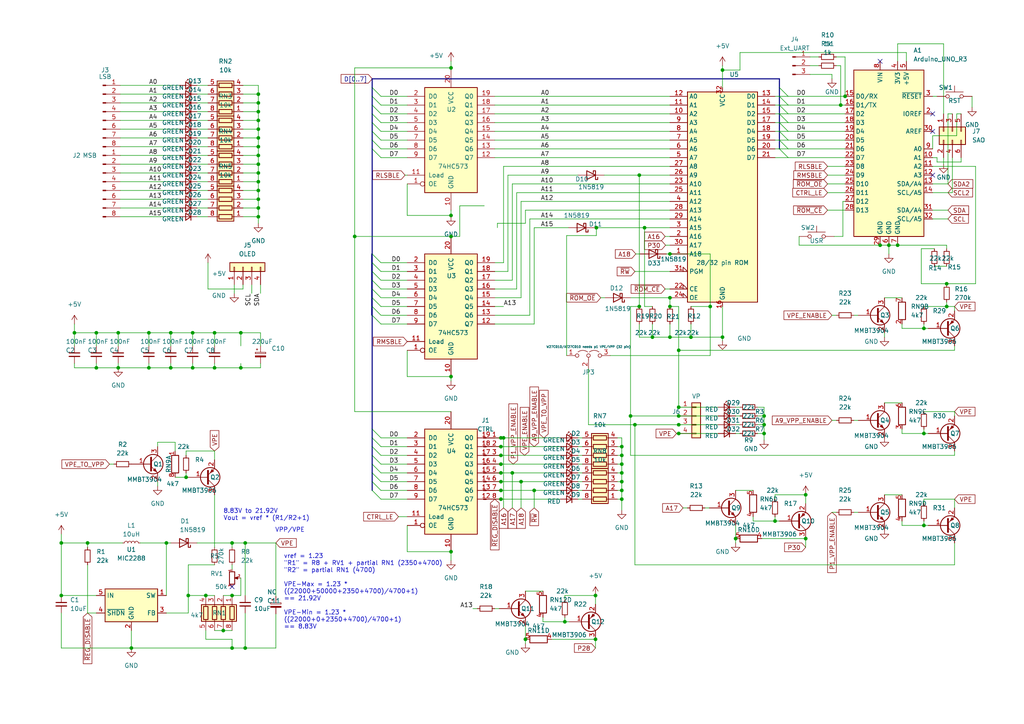
<source format=kicad_sch>
(kicad_sch (version 20231120) (generator "eeschema") (generator_version "8.0")
  (paper "A4")
  (title_block (title "Relatively Universal ROM Programmer") (rev "0") (company "Anders Nielsen") (comment 1 "https://abnielsen.com") (comment 2 "\"Insert some open permissive hardware license here\""))
  (junction (at 74.93 45.085))
  (junction (at 196.85 101.6))
  (junction (at 154.94 142.24))
  (junction (at 130.81 160.02))
  (junction (at 74.93 62.865))
  (junction (at 146.05 127))
  (junction (at 185.42 50.8))
  (junction (at 17.78 157.48))
  (junction (at 233.68 156.21))
  (junction (at 209.55 97.79))
  (junction (at 74.93 32.385))
  (junction (at 194.31 97.79))
  (junction (at 74.93 57.785))
  (junction (at 62.23 106.68))
  (junction (at 267.97 152.4))
  (junction (at 69.85 96.52))
  (junction (at 43.18 106.68))
  (junction (at 74.93 42.545))
  (junction (at 74.93 52.705))
  (junction (at 69.85 106.68))
  (junction (at 71.12 157.48))
  (junction (at 34.29 96.52))
  (junction (at 152.4 185.42))
  (junction (at 255.27 71.12))
  (junction (at 180.34 142.24))
  (junction (at 74.93 60.325))
  (junction (at 130.81 68.58))
  (junction (at 182.88 120.65))
  (junction (at 43.18 96.52))
  (junction (at 145.288 142.24))
  (junction (at 74.93 27.305))
  (junction (at 74.93 29.845))
  (junction (at 221.615 125.73))
  (junction (at 274.574 82.296))
  (junction (at 148.59 137.16))
  (junction (at 55.88 106.68))
  (junction (at 74.93 40.005))
  (junction (at 130.81 62.484))
  (junction (at 53.975 138.43))
  (junction (at 180.34 134.62))
  (junction (at 224.79 151.13))
  (junction (at 71.12 187.96))
  (junction (at 189.23 97.79))
  (junction (at 172.72 172.72))
  (junction (at 180.34 137.16))
  (junction (at 200.406 97.79))
  (junction (at 260.35 71.12))
  (junction (at 48.26 157.48))
  (junction (at 186.944 66.04))
  (junction (at 196.85 125.73))
  (junction (at 172.974 66.04))
  (junction (at 274.574 88.9))
  (junction (at 194.31 88.9))
  (junction (at 74.93 50.165))
  (junction (at 25.4 157.48))
  (junction (at 172.72 185.42))
  (junction (at 54.61 172.72))
  (junction (at 184.15 123.19))
  (junction (at 67.31 187.96))
  (junction (at 145.288 137.16))
  (junction (at 49.53 96.52))
  (junction (at 59.69 172.72))
  (junction (at 267.97 125.73))
  (junction (at 221.615 120.65))
  (junction (at 27.94 106.68))
  (junction (at 194.31 86.36))
  (junction (at 145.288 139.7))
  (junction (at 67.31 172.72))
  (junction (at 245.11 27.94))
  (junction (at 257.81 71.12))
  (junction (at 209.55 20.32))
  (junction (at 49.53 106.68))
  (junction (at 185.42 88.9))
  (junction (at 233.68 143.51))
  (junction (at 27.94 96.52))
  (junction (at 145.288 144.78))
  (junction (at 21.59 96.52))
  (junction (at 74.93 47.625))
  (junction (at 163.83 180.34))
  (junction (at 34.29 106.68))
  (junction (at 145.288 129.54))
  (junction (at 102.87 68.58))
  (junction (at 243.84 30.48))
  (junction (at 180.34 144.78))
  (junction (at 74.93 55.245))
  (junction (at 196.85 123.19))
  (junction (at 55.88 96.52))
  (junction (at 267.97 95.25))
  (junction (at 67.31 157.48))
  (junction (at 180.34 139.7))
  (junction (at 180.34 132.08))
  (junction (at 145.288 127))
  (junction (at 213.36 156.21))
  (junction (at 62.23 96.52))
  (junction (at 194.31 73.66))
  (junction (at 145.288 132.08))
  (junction (at 151.13 139.7))
  (junction (at 205.994 88.9))
  (junction (at 64.77 182.88))
  (junction (at 196.85 120.65))
  (junction (at 221.615 123.19))
  (junction (at 145.288 134.62))
  (junction (at 74.93 37.465))
  (junction (at 180.34 129.54))
  (junction (at 196.85 118.11))
  (junction (at 130.81 109.22))
  (junction (at 17.78 172.72))
  (junction (at 130.81 19.685))
  (junction (at 74.93 34.925))
  (junction (at 38.1 187.96))
  (no_connect (at 270.51 50.8))
  (no_connect (at 67.31 170.18))
  (no_connect (at 255.27 17.78))
  (no_connect (at 270.51 33.02))
  (no_connect (at 270.51 38.1))
  (bus_entry (at 110.49 139.7) (size -2.54 -2.54))
  (bus_entry (at 228.6 38.1) (size -2.54 -2.54))
  (bus_entry (at 110.49 144.78) (size -2.54 -2.54))
  (bus_entry (at 110.49 76.2) (size -2.54 -2.54))
  (bus_entry (at 110.49 134.62) (size -2.54 -2.54))
  (bus_entry (at 110.49 137.16) (size -2.54 -2.54))
  (bus_entry (at 228.6 27.94) (size -2.54 -2.54))
  (bus_entry (at 110.49 43.18) (size -2.54 -2.54))
  (bus_entry (at 110.49 40.64) (size -2.54 -2.54))
  (bus_entry (at 110.49 127) (size -2.54 -2.54))
  (bus_entry (at 228.6 35.56) (size -2.54 -2.54))
  (bus_entry (at 110.49 86.36) (size -2.54 -2.54))
  (bus_entry (at 228.6 45.72) (size -2.54 -2.54))
  (bus_entry (at 228.6 30.48) (size -2.54 -2.54))
  (bus_entry (at 110.49 81.28) (size -2.54 -2.54))
  (bus_entry (at 110.49 91.44) (size -2.54 -2.54))
  (bus_entry (at 110.49 93.98) (size -2.54 -2.54))
  (bus_entry (at 110.49 83.82) (size -2.54 -2.54))
  (bus_entry (at 110.49 45.72) (size -2.54 -2.54))
  (bus_entry (at 110.49 27.94) (size -2.54 -2.54))
  (bus_entry (at 110.49 38.1) (size -2.54 -2.54))
  (bus_entry (at 110.49 78.74) (size -2.54 -2.54))
  (bus_entry (at 110.49 142.24) (size -2.54 -2.54))
  (bus_entry (at 228.6 33.02) (size -2.54 -2.54))
  (bus_entry (at 228.6 43.18) (size -2.54 -2.54))
  (bus_entry (at 110.49 132.08) (size -2.54 -2.54))
  (bus_entry (at 228.6 40.64) (size -2.54 -2.54))
  (bus_entry (at 110.49 30.48) (size -2.54 -2.54))
  (bus_entry (at 110.49 129.54) (size -2.54 -2.54))
  (bus_entry (at 110.49 88.9) (size -2.54 -2.54))
  (bus_entry (at 110.49 33.02) (size -2.54 -2.54))
  (bus_entry (at 110.49 35.56) (size -2.54 -2.54))
  (wire (pts (xy 143.51 86.36) (xy 151.13 86.36)))
  (wire (pts (xy 57.15 55.245) (xy 60.325 55.245)))
  (wire (pts (xy 152.4 185.42) (xy 152.4 181.61)))
  (wire (pts (xy 174.244 86.36) (xy 175.387 86.36)))
  (wire (pts (xy 226.06 30.48) (xy 228.6 30.48)))
  (wire (pts (xy 145.288 139.7) (xy 151.13 139.7)))
  (wire (pts (xy 70.485 42.545) (xy 74.93 42.545)))
  (wire (pts (xy 130.81 160.02) (xy 130.81 162.56)))
  (wire (pts (xy 143.51 40.64) (xy 194.31 40.64)))
  (wire (pts (xy 146.05 48.26) (xy 194.31 48.26)))
  (wire (pts (xy 34.925 42.545) (xy 52.07 42.545)))
  (wire (pts (xy 228.6 30.48) (xy 243.84 30.48)))
  (bus (pts (xy 107.95 88.9) (xy 107.95 86.36)))
  (wire (pts (xy 74.93 60.325) (xy 74.93 62.865)))
  (wire (pts (xy 221.615 123.19) (xy 221.615 125.73)))
  (wire (pts (xy 49.53 96.52) (xy 55.88 96.52)))
  (wire (pts (xy 184.15 163.83) (xy 276.86 163.83)))
  (wire (pts (xy 110.49 81.28) (xy 118.11 81.28)))
  (wire (pts (xy 167.64 132.08) (xy 168.91 132.08)))
  (wire (pts (xy 74.93 62.865) (xy 74.93 64.77)))
  (wire (pts (xy 40.64 157.48) (xy 48.26 157.48)))
  (wire (pts (xy 180.34 134.62) (xy 180.34 137.16)))
  (wire (pts (xy 226.06 27.94) (xy 228.6 27.94)))
  (bus (pts (xy 107.95 78.74) (xy 107.95 76.2)))
  (wire (pts (xy 274.955 33.02) (xy 276.225 33.02)))
  (wire (pts (xy 21.59 96.52) (xy 27.94 96.52)))
  (wire (pts (xy 214.63 20.32) (xy 214.63 15.24)))
  (wire (pts (xy 241.3 21.59) (xy 241.3 22.86)))
  (wire (pts (xy 54.61 172.72) (xy 54.61 177.8)))
  (wire (pts (xy 25.4 157.48) (xy 25.4 158.75)))
  (wire (pts (xy 130.81 68.58) (xy 133.35 68.58)))
  (bus (pts (xy 226.06 25.4) (xy 226.06 22.86)))
  (bus (pts (xy 107.95 127) (xy 107.95 124.46)))
  (wire (pts (xy 110.49 134.62) (xy 118.11 134.62)))
  (wire (pts (xy 267.97 93.98) (xy 267.97 95.25)))
  (wire (pts (xy 164.338 103.124) (xy 164.338 68.326)))
  (wire (pts (xy 184.15 163.83) (xy 184.15 123.19)))
  (wire (pts (xy 130.81 19.685) (xy 130.81 20.32)))
  (wire (pts (xy 64.77 172.72) (xy 67.31 172.72)))
  (wire (pts (xy 179.07 142.24) (xy 180.34 142.24)))
  (wire (pts (xy 115.57 149.86) (xy 118.11 149.86)))
  (wire (pts (xy 57.15 157.48) (xy 67.31 157.48)))
  (wire (pts (xy 74.93 32.385) (xy 74.93 34.925)))
  (wire (pts (xy 261.62 95.25) (xy 267.97 95.25)))
  (wire (pts (xy 110.49 27.94) (xy 118.11 27.94)))
  (wire (pts (xy 57.15 42.545) (xy 60.325 42.545)))
  (wire (pts (xy 118.11 62.484) (xy 130.81 62.484)))
  (wire (pts (xy 73.025 82.55) (xy 73.025 85.09)))
  (wire (pts (xy 172.72 172.72) (xy 163.83 172.72)))
  (wire (pts (xy 145.288 144.78) (xy 162.56 144.78)))
  (wire (pts (xy 213.36 118.11) (xy 214.63 118.11)))
  (wire (pts (xy 110.49 93.98) (xy 118.11 93.98)))
  (wire (pts (xy 34.925 29.845) (xy 52.07 29.845)))
  (wire (pts (xy 196.85 88.9) (xy 196.85 101.6)))
  (wire (pts (xy 154.94 142.24) (xy 154.94 147.32)))
  (wire (pts (xy 163.83 180.34) (xy 165.1 180.34)))
  (wire (pts (xy 146.05 76.2) (xy 143.51 76.2)))
  (wire (pts (xy 234.95 19.05) (xy 237.49 19.05)))
  (wire (pts (xy 57.15 45.085) (xy 60.325 45.085)))
  (wire (pts (xy 182.88 120.65) (xy 196.85 120.65)))
  (wire (pts (xy 110.49 91.44) (xy 118.11 91.44)))
  (bus (pts (xy 107.95 91.44) (xy 107.95 124.46)))
  (wire (pts (xy 157.48 180.34) (xy 163.83 180.34)))
  (wire (pts (xy 242.57 16.51) (xy 245.11 16.51)))
  (wire (pts (xy 267.97 152.4) (xy 269.24 152.4)))
  (wire (pts (xy 70.485 83.82) (xy 60.325 83.82)))
  (wire (pts (xy 271.018 77.216) (xy 274.574 77.216)))
  (wire (pts (xy 45.72 139.7) (xy 45.72 140.97)))
  (wire (pts (xy 226.06 38.1) (xy 228.6 38.1)))
  (wire (pts (xy 180.34 144.78) (xy 180.34 147.955)))
  (wire (pts (xy 17.78 172.72) (xy 27.94 172.72)))
  (wire (pts (xy 261.62 86.36) (xy 256.54 86.36)))
  (wire (pts (xy 21.59 93.98) (xy 21.59 96.52)))
  (wire (pts (xy 175.26 50.8) (xy 185.42 50.8)))
  (wire (pts (xy 67.31 157.48) (xy 71.12 157.48)))
  (wire (pts (xy 209.55 98.806) (xy 209.55 97.79)))
  (wire (pts (xy 267.208 72.136) (xy 267.208 82.296)))
  (wire (pts (xy 80.01 178.054) (xy 80.01 187.96)))
  (wire (pts (xy 274.574 82.296) (xy 274.574 82.55)))
  (wire (pts (xy 228.6 43.18) (xy 245.11 43.18)))
  (wire (pts (xy 64.77 182.88) (xy 67.31 182.88)))
  (wire (pts (xy 143.51 139.7) (xy 145.288 139.7)))
  (wire (pts (xy 157.48 179.07) (xy 157.48 180.34)))
  (wire (pts (xy 146.05 127) (xy 162.56 127)))
  (bus (pts (xy 107.95 137.16) (xy 107.95 134.62)))
  (wire (pts (xy 149.86 83.82) (xy 149.86 55.88)))
  (wire (pts (xy 152.4 60.96) (xy 152.4 64.77)))
  (wire (pts (xy 193.294 73.66) (xy 194.31 73.66)))
  (wire (pts (xy 224.79 40.64) (xy 226.06 40.64)))
  (wire (pts (xy 163.83 172.72) (xy 163.83 173.99)))
  (bus (pts (xy 107.95 73.66) (xy 107.95 43.18)))
  (wire (pts (xy 157.48 171.45) (xy 152.4 171.45)))
  (wire (pts (xy 110.49 139.7) (xy 118.11 139.7)))
  (wire (pts (xy 130.81 60.96) (xy 130.81 62.484)))
  (wire (pts (xy 240.03 55.88) (xy 245.11 55.88)))
  (wire (pts (xy 276.225 45.72) (xy 276.225 55.88)))
  (wire (pts (xy 50.8 128.27) (xy 45.72 128.27)))
  (wire (pts (xy 118.11 109.22) (xy 130.81 109.22)))
  (wire (pts (xy 261.62 143.51) (xy 256.54 143.51)))
  (wire (pts (xy 55.88 96.52) (xy 62.23 96.52)))
  (wire (pts (xy 182.88 132.08) (xy 276.86 132.08)))
  (wire (pts (xy 184.404 73.66) (xy 185.674 73.66)))
  (wire (pts (xy 34.925 24.765) (xy 52.07 24.765)))
  (wire (pts (xy 110.49 38.1) (xy 118.11 38.1)))
  (wire (pts (xy 70.485 55.245) (xy 74.93 55.245)))
  (wire (pts (xy 276.86 157.48) (xy 276.86 163.83)))
  (wire (pts (xy 57.15 24.765) (xy 60.325 24.765)))
  (wire (pts (xy 21.59 106.68) (xy 27.94 106.68)))
  (wire (pts (xy 57.15 62.865) (xy 60.325 62.865)))
  (bus (pts (xy 107.95 129.54) (xy 107.95 127)))
  (wire (pts (xy 247.65 121.92) (xy 248.92 121.92)))
  (wire (pts (xy 189.23 97.79) (xy 194.31 97.79)))
  (wire (pts (xy 62.23 106.68) (xy 62.23 105.41)))
  (wire (pts (xy 270.51 63.5) (xy 274.955 63.5)))
  (wire (pts (xy 110.49 76.2) (xy 118.11 76.2)))
  (wire (pts (xy 219.71 125.73) (xy 221.615 125.73)))
  (wire (pts (xy 17.78 177.8) (xy 17.78 187.96)))
  (wire (pts (xy 71.12 187.96) (xy 80.01 187.96)))
  (wire (pts (xy 74.93 34.925) (xy 74.93 37.465)))
  (wire (pts (xy 240.03 48.26) (xy 245.11 48.26)))
  (wire (pts (xy 180.34 142.24) (xy 180.34 144.78)))
  (wire (pts (xy 70.485 82.55) (xy 70.485 83.82)))
  (wire (pts (xy 133.35 59.69) (xy 133.35 68.58)))
  (wire (pts (xy 231.775 71.12) (xy 255.27 71.12)))
  (wire (pts (xy 143.51 43.18) (xy 194.31 43.18)))
  (wire (pts (xy 270.51 27.94) (xy 271.78 27.94)))
  (wire (pts (xy 244.475 68.58) (xy 241.935 68.58)))
  (wire (pts (xy 48.26 177.8) (xy 54.61 177.8)))
  (wire (pts (xy 243.84 30.48) (xy 245.11 30.48)))
  (wire (pts (xy 57.15 40.005) (xy 60.325 40.005)))
  (wire (pts (xy 245.11 16.51) (xy 245.11 27.94)))
  (wire (pts (xy 276.86 144.78) (xy 267.97 144.78)))
  (wire (pts (xy 172.72 172.72) (xy 172.72 175.26)))
  (wire (pts (xy 267.208 82.296) (xy 274.574 82.296)))
  (wire (pts (xy 153.67 63.5) (xy 153.67 91.44)))
  (wire (pts (xy 143.51 33.02) (xy 194.31 33.02)))
  (wire (pts (xy 276.86 88.9) (xy 276.86 90.17)))
  (wire (pts (xy 152.4 60.96) (xy 194.31 60.96)))
  (bus (pts (xy 107.95 132.08) (xy 107.95 129.54)))
  (wire (pts (xy 35.56 157.48) (xy 25.4 157.48)))
  (wire (pts (xy 234.95 21.59) (xy 241.3 21.59)))
  (wire (pts (xy 228.6 33.02) (xy 245.11 33.02)))
  (wire (pts (xy 25.4 163.83) (xy 25.4 177.8)))
  (wire (pts (xy 276.86 144.78) (xy 276.86 147.32)))
  (wire (pts (xy 70.485 24.765) (xy 74.93 24.765)))
  (wire (pts (xy 167.64 139.7) (xy 168.91 139.7)))
  (wire (pts (xy 234.95 16.51) (xy 237.49 16.51)))
  (wire (pts (xy 180.34 139.7) (xy 180.34 142.24)))
  (wire (pts (xy 67.31 163.83) (xy 67.31 165.1)))
  (wire (pts (xy 224.79 35.56) (xy 226.06 35.56)))
  (wire (pts (xy 43.18 96.52) (xy 43.18 100.33)))
  (wire (pts (xy 48.26 157.48) (xy 49.53 157.48)))
  (wire (pts (xy 70.485 40.005) (xy 74.93 40.005)))
  (bus (pts (xy 226.06 33.02) (xy 226.06 30.48)))
  (wire (pts (xy 233.68 143.51) (xy 224.79 143.51)))
  (bus (pts (xy 107.95 81.28) (xy 107.95 78.74)))
  (wire (pts (xy 130.81 119.38) (xy 102.87 119.38)))
  (wire (pts (xy 200.406 97.79) (xy 200.406 93.98)))
  (wire (pts (xy 55.88 96.52) (xy 55.88 100.33)))
  (wire (pts (xy 218.44 151.13) (xy 224.79 151.13)))
  (wire (pts (xy 224.79 149.86) (xy 224.79 151.13)))
  (wire (pts (xy 218.44 142.24) (xy 213.36 142.24)))
  (wire (pts (xy 21.59 106.68) (xy 21.59 105.41)))
  (wire (pts (xy 143.51 134.62) (xy 145.288 134.62)))
  (wire (pts (xy 34.925 32.385) (xy 52.07 32.385)))
  (wire (pts (xy 233.68 143.51) (xy 233.68 146.05)))
  (bus (pts (xy 107.95 139.7) (xy 107.95 137.16)))
  (wire (pts (xy 145.288 132.08) (xy 162.56 132.08)))
  (bus (pts (xy 107.95 43.18) (xy 107.95 40.64)))
  (wire (pts (xy 224.79 151.13) (xy 226.06 151.13)))
  (wire (pts (xy 145.288 137.16) (xy 148.59 137.16)))
  (wire (pts (xy 49.53 96.52) (xy 49.53 100.33)))
  (wire (pts (xy 34.29 106.68) (xy 43.18 106.68)))
  (wire (pts (xy 276.86 88.9) (xy 274.574 88.9)))
  (bus (pts (xy 107.95 25.4) (xy 107.95 22.86)))
  (wire (pts (xy 180.34 132.08) (xy 180.34 134.62)))
  (wire (pts (xy 276.86 130.81) (xy 276.86 132.08)))
  (wire (pts (xy 179.07 132.08) (xy 180.34 132.08)))
  (wire (pts (xy 17.78 157.48) (xy 17.78 172.72)))
  (wire (pts (xy 110.49 83.82) (xy 118.11 83.82)))
  (wire (pts (xy 70.485 50.165) (xy 74.93 50.165)))
  (wire (pts (xy 221.615 125.73) (xy 221.615 127.635)))
  (wire (pts (xy 74.93 40.005) (xy 74.93 42.545)))
  (wire (pts (xy 110.49 132.08) (xy 118.11 132.08)))
  (wire (pts (xy 270.51 39.37) (xy 277.495 39.37)))
  (wire (pts (xy 221.615 120.65) (xy 221.615 123.19)))
  (wire (pts (xy 277.495 33.02) (xy 278.765 33.02)))
  (wire (pts (xy 274.955 53.34) (xy 274.955 33.02)))
  (wire (pts (xy 153.67 63.5) (xy 194.31 63.5)))
  (wire (pts (xy 34.925 50.165) (xy 52.07 50.165)))
  (wire (pts (xy 145.288 127) (xy 146.05 127)))
  (wire (pts (xy 55.88 106.68) (xy 62.23 106.68)))
  (wire (pts (xy 71.12 177.8) (xy 71.12 187.96)))
  (wire (pts (xy 172.974 68.326) (xy 172.974 66.04)))
  (wire (pts (xy 273.685 12.7) (xy 273.685 33.02)))
  (wire (pts (xy 226.06 40.64) (xy 228.6 40.64)))
  (wire (pts (xy 34.925 34.925) (xy 52.07 34.925)))
  (wire (pts (xy 194.31 97.79) (xy 194.31 93.98)))
  (wire (pts (xy 34.925 62.865) (xy 52.07 62.865)))
  (wire (pts (xy 17.78 187.96) (xy 38.1 187.96)))
  (wire (pts (xy 185.42 88.9) (xy 182.88 88.9)))
  (wire (pts (xy 137.16 176.53) (xy 138.43 176.53)))
  (wire (pts (xy 59.69 185.42) (xy 67.31 185.42)))
  (wire (pts (xy 147.32 78.74) (xy 147.32 50.8)))
  (wire (pts (xy 179.07 127) (xy 180.34 127)))
  (wire (pts (xy 167.64 129.54) (xy 168.91 129.54)))
  (wire (pts (xy 67.31 157.48) (xy 67.31 158.75)))
  (bus (pts (xy 107.95 27.94) (xy 107.95 25.4)))
  (wire (pts (xy 145.288 142.24) (xy 154.94 142.24)))
  (wire (pts (xy 185.42 50.8) (xy 194.31 50.8)))
  (wire (pts (xy 164.338 68.326) (xy 172.974 68.326)))
  (wire (pts (xy 49.53 105.41) (xy 49.53 106.68)))
  (wire (pts (xy 261.62 93.98) (xy 261.62 95.25)))
  (wire (pts (xy 80.01 157.48) (xy 80.01 172.974)))
  (wire (pts (xy 220.98 156.21) (xy 233.68 156.21)))
  (wire (pts (xy 200.406 88.9) (xy 205.994 88.9)))
  (wire (pts (xy 143.51 30.48) (xy 194.31 30.48)))
  (wire (pts (xy 43.18 105.41) (xy 43.18 106.68)))
  (wire (pts (xy 267.97 144.78) (xy 267.97 146.05)))
  (wire (pts (xy 226.06 33.02) (xy 228.6 33.02)))
  (wire (pts (xy 196.85 118.11) (xy 208.28 118.11)))
  (bus (pts (xy 107.95 33.02) (xy 107.95 30.48)))
  (wire (pts (xy 74.93 57.785) (xy 74.93 60.325)))
  (wire (pts (xy 143.51 91.44) (xy 153.67 91.44)))
  (wire (pts (xy 209.55 20.32) (xy 214.63 20.32)))
  (wire (pts (xy 186.944 66.04) (xy 186.944 88.9)))
  (wire (pts (xy 34.925 60.325) (xy 52.07 60.325)))
  (wire (pts (xy 262.89 15.24) (xy 262.89 17.78)))
  (wire (pts (xy 189.23 97.79) (xy 189.23 93.98)))
  (bus (pts (xy 107.95 142.24) (xy 107.95 139.7)))
  (wire (pts (xy 31.75 134.62) (xy 33.02 134.62)))
  (wire (pts (xy 182.88 120.65) (xy 182.88 132.08)))
  (wire (pts (xy 59.69 182.88) (xy 59.69 185.42)))
  (wire (pts (xy 143.51 88.9) (xy 146.05 88.9)))
  (wire (pts (xy 209.55 19.05) (xy 209.55 20.32)))
  (wire (pts (xy 274.574 87.63) (xy 274.574 88.9)))
  (wire (pts (xy 226.06 43.18) (xy 228.6 43.18)))
  (wire (pts (xy 148.59 81.28) (xy 148.59 53.34)))
  (wire (pts (xy 62.23 130.81) (xy 53.975 130.81)))
  (wire (pts (xy 102.87 19.685) (xy 102.87 68.58)))
  (wire (pts (xy 57.15 32.385) (xy 60.325 32.385)))
  (wire (pts (xy 257.81 71.12) (xy 257.81 73.66)))
  (wire (pts (xy 62.23 182.88) (xy 64.77 182.88)))
  (wire (pts (xy 74.93 47.625) (xy 74.93 50.165)))
  (bus (pts (xy 226.06 30.48) (xy 226.06 27.94)))
  (wire (pts (xy 170.688 123.19) (xy 170.688 106.934)))
  (wire (pts (xy 69.85 167.64) (xy 69.85 172.72)))
  (wire (pts (xy 43.18 106.68) (xy 49.53 106.68)))
  (wire (pts (xy 74.93 42.545) (xy 74.93 45.085)))
  (wire (pts (xy 144.272 64.77) (xy 152.4 64.77)))
  (wire (pts (xy 256.54 96.52) (xy 256.54 97.79)))
  (wire (pts (xy 67.31 172.72) (xy 69.85 172.72)))
  (wire (pts (xy 172.466 66.04) (xy 172.974 66.04)))
  (wire (pts (xy 71.12 157.48) (xy 80.01 157.48)))
  (wire (pts (xy 143.51 83.82) (xy 149.86 83.82)))
  (wire (pts (xy 241.3 148.59) (xy 242.57 148.59)))
  (wire (pts (xy 70.485 45.085) (xy 74.93 45.085)))
  (wire (pts (xy 110.49 144.78) (xy 118.11 144.78)))
  (wire (pts (xy 110.49 86.36) (xy 118.11 86.36)))
  (wire (pts (xy 184.15 78.74) (xy 194.31 78.74)))
  (wire (pts (xy 148.59 53.34) (xy 194.31 53.34)))
  (wire (pts (xy 74.93 27.305) (xy 74.93 29.845)))
  (wire (pts (xy 57.15 57.785) (xy 60.325 57.785)))
  (wire (pts (xy 204.47 147.32) (xy 205.74 147.32)))
  (wire (pts (xy 57.15 34.925) (xy 60.325 34.925)))
  (wire (pts (xy 57.15 47.625) (xy 60.325 47.625)))
  (wire (pts (xy 110.49 33.02) (xy 118.11 33.02)))
  (wire (pts (xy 148.59 137.16) (xy 148.59 147.32)))
  (wire (pts (xy 247.65 148.59) (xy 248.92 148.59)))
  (wire (pts (xy 270.51 43.18) (xy 270.51 39.37)))
  (wire (pts (xy 183.007 86.36) (xy 194.31 86.36)))
  (bus (pts (xy 107.95 76.2) (xy 107.95 73.66)))
  (wire (pts (xy 57.15 37.465) (xy 60.325 37.465)))
  (wire (pts (xy 34.925 55.245) (xy 52.07 55.245)))
  (wire (pts (xy 38.1 187.96) (xy 38.1 182.88)))
  (wire (pts (xy 118.11 101.6) (xy 118.11 109.22)))
  (wire (pts (xy 214.63 15.24) (xy 262.89 15.24)))
  (wire (pts (xy 130.81 62.484) (xy 130.81 62.865)))
  (wire (pts (xy 75.565 82.55) (xy 75.565 85.09)))
  (wire (pts (xy 110.49 88.9) (xy 118.11 88.9)))
  (wire (pts (xy 70.485 29.845) (xy 74.93 29.845)))
  (wire (pts (xy 233.68 156.21) (xy 233.68 158.75)))
  (wire (pts (xy 257.81 71.12) (xy 260.35 71.12)))
  (wire (pts (xy 273.685 45.72) (xy 273.685 47.625)))
  (wire (pts (xy 219.71 123.19) (xy 221.615 123.19)))
  (wire (pts (xy 224.79 43.18) (xy 226.06 43.18)))
  (wire (pts (xy 75.565 96.52) (xy 69.85 96.52)))
  (wire (pts (xy 27.94 96.52) (xy 27.94 100.33)))
  (wire (pts (xy 148.59 137.16) (xy 162.56 137.16)))
  (wire (pts (xy 154.94 66.04) (xy 164.846 66.04)))
  (wire (pts (xy 270.51 48.26) (xy 282.956 48.26)))
  (wire (pts (xy 27.94 96.52) (xy 34.29 96.52)))
  (wire (pts (xy 143.51 45.72) (xy 194.31 45.72)))
  (wire (pts (xy 110.49 35.56) (xy 118.11 35.56)))
  (wire (pts (xy 151.13 58.42) (xy 194.31 58.42)))
  (wire (pts (xy 267.208 72.136) (xy 271.018 72.136)))
  (wire (pts (xy 118.11 53.34) (xy 118.11 62.484)))
  (wire (pts (xy 38.1 187.96) (xy 67.31 187.96)))
  (wire (pts (xy 271.78 46.99) (xy 271.78 45.72)))
  (wire (pts (xy 143.51 81.28) (xy 148.59 81.28)))
  (wire (pts (xy 57.15 52.705) (xy 60.325 52.705)))
  (wire (pts (xy 110.49 137.16) (xy 118.11 137.16)))
  (wire (pts (xy 69.85 100.33) (xy 69.85 96.52)))
  (wire (pts (xy 17.78 157.48) (xy 25.4 157.48)))
  (wire (pts (xy 118.11 152.4) (xy 118.11 160.02)))
  (wire (pts (xy 278.765 45.72) (xy 278.765 46.99)))
  (wire (pts (xy 198.12 147.32) (xy 199.39 147.32)))
  (wire (pts (xy 224.79 143.51) (xy 224.79 144.78)))
  (wire (pts (xy 27.94 105.41) (xy 27.94 106.68)))
  (wire (pts (xy 27.94 106.68) (xy 34.29 106.68)))
  (wire (pts (xy 149.86 55.88) (xy 194.31 55.88)))
  (wire (pts (xy 57.15 29.845) (xy 60.325 29.845)))
  (wire (pts (xy 144.272 64.77) (xy 144.272 66.04)))
  (wire (pts (xy 200.406 97.79) (xy 209.55 97.79)))
  (wire (pts (xy 196.215 125.73) (xy 196.85 125.73)))
  (wire (pts (xy 60.325 83.82) (xy 60.325 76.2)))
  (wire (pts (xy 62.23 143.51) (xy 62.23 158.75)))
  (wire (pts (xy 110.49 43.18) (xy 118.11 43.18)))
  (wire (pts (xy 243.84 19.05) (xy 243.84 30.48)))
  (wire (pts (xy 182.88 88.9) (xy 182.88 120.65)))
  (wire (pts (xy 70.485 27.305) (xy 74.93 27.305)))
  (wire (pts (xy 180.34 137.16) (xy 180.34 139.7)))
  (wire (pts (xy 118.11 160.02) (xy 130.81 160.02)))
  (wire (pts (xy 70.485 57.785) (xy 74.93 57.785)))
  (wire (pts (xy 224.79 38.1) (xy 226.06 38.1)))
  (wire (pts (xy 274.574 72.136) (xy 274.574 71.12)))
  (wire (pts (xy 255.27 71.12) (xy 257.81 71.12)))
  (wire (pts (xy 213.36 123.19) (xy 214.63 123.19)))
  (wire (pts (xy 151.13 139.7) (xy 151.13 147.32)))
  (wire (pts (xy 55.88 105.41) (xy 55.88 106.68)))
  (wire (pts (xy 274.574 82.296) (xy 282.956 82.296)))
  (bus (pts (xy 107.95 134.62) (xy 107.95 132.08)))
  (wire (pts (xy 69.85 106.68) (xy 69.85 105.41)))
  (wire (pts (xy 143.51 144.78) (xy 145.288 144.78)))
  (wire (pts (xy 25.4 177.8) (xy 27.94 177.8)))
  (wire (pts (xy 130.81 19.685) (xy 130.81 17.78)))
  (bus (pts (xy 226.06 38.1) (xy 226.06 35.56)))
  (wire (pts (xy 50.8 130.81) (xy 50.8 128.27)))
  (wire (pts (xy 67.945 82.55) (xy 67.945 85.09)))
  (wire (pts (xy 70.485 32.385) (xy 74.93 32.385)))
  (wire (pts (xy 34.29 96.52) (xy 43.18 96.52)))
  (wire (pts (xy 241.3 91.44) (xy 242.57 91.44)))
  (wire (pts (xy 231.775 68.58) (xy 231.775 71.12)))
  (wire (pts (xy 240.03 50.8) (xy 245.11 50.8)))
  (wire (pts (xy 53.975 137.16) (xy 53.975 138.43)))
  (wire (pts (xy 276.86 101.6) (xy 276.86 100.33)))
  (wire (pts (xy 186.944 88.9) (xy 189.23 88.9)))
  (wire (pts (xy 67.31 185.42) (xy 67.31 187.96)))
  (wire (pts (xy 209.55 20.32) (xy 209.55 25.4)))
  (wire (pts (xy 218.44 149.86) (xy 218.44 151.13)))
  (wire (pts (xy 34.925 27.305) (xy 52.07 27.305)))
  (wire (pts (xy 147.32 50.8) (xy 167.64 50.8)))
  (wire (pts (xy 34.925 47.625) (xy 52.07 47.625)))
  (wire (pts (xy 213.36 125.73) (xy 214.63 125.73)))
  (wire (pts (xy 21.59 96.52) (xy 21.59 100.33)))
  (wire (pts (xy 261.62 152.4) (xy 267.97 152.4)))
  (wire (pts (xy 143.51 78.74) (xy 147.32 78.74)))
  (bus (pts (xy 107.823 73.66) (xy 107.823 91.44)))
  (wire (pts (xy 160.02 185.42) (xy 172.72 185.42)))
  (wire (pts (xy 154.94 142.24) (xy 162.56 142.24)))
  (wire (pts (xy 261.62 151.13) (xy 261.62 152.4)))
  (wire (pts (xy 271.78 45.72) (xy 270.51 45.72)))
  (bus (pts (xy 107.95 22.86) (xy 226.06 22.86)))
  (wire (pts (xy 74.93 55.245) (xy 74.93 57.785)))
  (wire (pts (xy 74.93 45.085) (xy 74.93 47.625)))
  (wire (pts (xy 270.51 55.88) (xy 276.225 55.88)))
  (wire (pts (xy 143.51 137.16) (xy 145.288 137.16)))
  (wire (pts (xy 57.15 60.325) (xy 60.325 60.325)))
  (wire (pts (xy 110.49 40.64) (xy 118.11 40.64)))
  (bus (pts (xy 107.95 38.1) (xy 107.95 35.56)))
  (wire (pts (xy 143.51 35.56) (xy 194.31 35.56)))
  (wire (pts (xy 240.03 53.34) (xy 245.11 53.34)))
  (wire (pts (xy 117.475 50.8) (xy 118.11 50.8)))
  (wire (pts (xy 189.23 97.79) (xy 185.42 97.79)))
  (wire (pts (xy 110.49 142.24) (xy 118.11 142.24)))
  (wire (pts (xy 260.35 17.78) (xy 260.35 12.7)))
  (wire (pts (xy 261.62 124.46) (xy 261.62 125.73)))
  (wire (pts (xy 185.42 97.79) (xy 185.42 93.98)))
  (wire (pts (xy 74.93 52.705) (xy 74.93 55.245)))
  (wire (pts (xy 180.34 127) (xy 180.34 129.54)))
  (wire (pts (xy 194.31 97.79) (xy 200.406 97.79)))
  (wire (pts (xy 70.485 47.625) (xy 74.93 47.625)))
  (wire (pts (xy 228.6 35.56) (xy 245.11 35.56)))
  (wire (pts (xy 247.65 91.44) (xy 248.92 91.44)))
  (wire (pts (xy 274.574 88.9) (xy 267.97 88.9)))
  (wire (pts (xy 196.85 101.6) (xy 276.86 101.6)))
  (wire (pts (xy 193.04 71.12) (xy 194.31 71.12)))
  (wire (pts (xy 242.57 19.05) (xy 243.84 19.05)))
  (wire (pts (xy 219.71 118.11) (xy 221.615 118.11)))
  (bus (pts (xy 226.06 35.56) (xy 226.06 33.02)))
  (wire (pts (xy 74.93 29.845) (xy 74.93 32.385)))
  (wire (pts (xy 224.79 30.48) (xy 226.06 30.48)))
  (wire (pts (xy 261.62 125.73) (xy 267.97 125.73)))
  (wire (pts (xy 57.15 50.165) (xy 60.325 50.165)))
  (wire (pts (xy 54.61 163.83) (xy 54.61 172.72)))
  (wire (pts (xy 71.12 172.72) (xy 71.12 157.48)))
  (wire (pts (xy 62.23 96.52) (xy 62.23 100.33)))
  (wire (pts (xy 48.26 172.72) (xy 48.26 157.48)))
  (wire (pts (xy 62.23 106.68) (xy 69.85 106.68)))
  (wire (pts (xy 74.93 50.165) (xy 74.93 52.705)))
  (wire (pts (xy 186.944 66.04) (xy 194.31 66.04)))
  (wire (pts (xy 196.85 88.9) (xy 194.31 88.9)))
  (wire (pts (xy 102.87 68.58) (xy 102.87 119.38)))
  (bus (pts (xy 107.95 40.64) (xy 107.95 38.1)))
  (wire (pts (xy 110.49 127) (xy 118.11 127)))
  (wire (pts (xy 143.51 132.08) (xy 145.288 132.08)))
  (wire (pts (xy 53.975 138.43) (xy 54.61 138.43)))
  (wire (pts (xy 69.85 106.68) (xy 75.565 106.68)))
  (wire (pts (xy 228.6 27.94) (xy 245.11 27.94)))
  (wire (pts (xy 194.31 86.36) (xy 194.31 88.9)))
  (wire (pts (xy 75.565 106.68) (xy 75.565 105.41)))
  (bus (pts (xy 107.95 35.56) (xy 107.95 33.02)))
  (wire (pts (xy 151.13 58.42) (xy 151.13 86.36)))
  (wire (pts (xy 143.51 176.53) (xy 144.78 176.53)))
  (wire (pts (xy 224.79 45.72) (xy 228.6 45.72)))
  (wire (pts (xy 172.974 66.04) (xy 186.944 66.04)))
  (wire (pts (xy 172.72 185.42) (xy 172.72 187.96)))
  (wire (pts (xy 167.64 142.24) (xy 168.91 142.24)))
  (wire (pts (xy 74.93 37.465) (xy 74.93 40.005)))
  (wire (pts (xy 274.574 71.12) (xy 260.35 71.12)))
  (wire (pts (xy 180.34 129.54) (xy 180.34 132.08)))
  (wire (pts (xy 276.86 119.38) (xy 267.97 119.38)))
  (wire (pts (xy 221.615 118.11) (xy 221.615 120.65)))
  (wire (pts (xy 152.4 186.69) (xy 152.4 185.42)))
  (wire (pts (xy 54.61 163.83) (xy 62.23 163.83)))
  (wire (pts (xy 179.07 144.78) (xy 180.34 144.78)))
  (wire (pts (xy 277.495 39.37) (xy 277.495 33.02)))
  (wire (pts (xy 110.49 129.54) (xy 118.11 129.54)))
  (wire (pts (xy 213.36 120.65) (xy 214.63 120.65)))
  (wire (pts (xy 278.765 46.99) (xy 271.78 46.99)))
  (wire (pts (xy 185.42 50.8) (xy 185.42 88.9)))
  (wire (pts (xy 70.485 37.465) (xy 74.93 37.465)))
  (wire (pts (xy 179.07 137.16) (xy 180.34 137.16)))
  (wire (pts (xy 192.913 68.58) (xy 194.31 68.58)))
  (wire (pts (xy 34.925 57.785) (xy 52.07 57.785)))
  (wire (pts (xy 17.78 154.94) (xy 17.78 157.48)))
  (wire (pts (xy 70.485 34.925) (xy 74.93 34.925)))
  (wire (pts (xy 53.975 130.81) (xy 53.975 132.08)))
  (wire (pts (xy 224.79 27.94) (xy 226.06 27.94)))
  (bus (pts (xy 107.95 83.82) (xy 107.95 81.28)))
  (wire (pts (xy 179.07 139.7) (xy 180.34 139.7)))
  (wire (pts (xy 75.565 100.33) (xy 75.565 96.52)))
  (wire (pts (xy 219.71 120.65) (xy 221.615 120.65)))
  (wire (pts (xy 179.07 134.62) (xy 180.34 134.62)))
  (wire (pts (xy 163.83 179.07) (xy 163.83 180.34)))
  (wire (pts (xy 192.913 83.82) (xy 194.31 83.82)))
  (wire (pts (xy 184.15 123.19) (xy 170.688 123.19)))
  (wire (pts (xy 59.69 172.72) (xy 62.23 172.72)))
  (wire (pts (xy 196.85 101.6) (xy 196.85 118.11)))
  (wire (pts (xy 205.994 88.9) (xy 205.994 73.66)))
  (wire (pts (xy 50.8 138.43) (xy 53.975 138.43)))
  (wire (pts (xy 267.97 151.13) (xy 267.97 152.4)))
  (wire (pts (xy 167.64 127) (xy 168.91 127)))
  (wire (pts (xy 270.51 60.96) (xy 274.955 60.96)))
  (wire (pts (xy 143.51 93.98) (xy 154.94 93.98)))
  (bus (pts (xy 226.06 40.64) (xy 226.06 38.1)))
  (wire (pts (xy 34.29 105.41) (xy 34.29 106.68)))
  (wire (pts (xy 151.13 139.7) (xy 162.56 139.7)))
  (wire (pts (xy 130.81 109.22) (xy 130.81 110.49)))
  (wire (pts (xy 145.288 134.62) (xy 162.56 134.62)))
  (wire (pts (xy 228.6 40.64) (xy 245.11 40.64)))
  (wire (pts (xy 102.87 68.58) (xy 130.81 68.58)))
  (wire (pts (xy 281.94 27.94) (xy 281.94 31.115)))
  (wire (pts (xy 224.79 33.02) (xy 226.06 33.02)))
  (wire (pts (xy 261.62 116.84) (xy 256.54 116.84)))
  (wire (pts (xy 49.53 106.68) (xy 55.88 106.68)))
  (wire (pts (xy 167.64 144.78) (xy 168.91 144.78)))
  (wire (pts (xy 45.72 128.27) (xy 45.72 129.54)))
  (wire (pts (xy 177.038 103.124) (xy 205.994 103.124)))
  (wire (pts (xy 54.61 172.72) (xy 59.69 172.72)))
  (wire (pts (xy 167.64 134.62) (xy 168.91 134.62)))
  (wire (pts (xy 196.85 123.19) (xy 208.28 123.19)))
  (wire (pts (xy 143.51 129.54) (xy 145.288 129.54)))
  (wire (pts (xy 267.97 124.46) (xy 267.97 125.73)))
  (wire (pts (xy 34.925 45.085) (xy 52.07 45.085)))
  (wire (pts (xy 74.93 24.765) (xy 74.93 27.305)))
  (wire (pts (xy 110.49 78.74) (xy 118.11 78.74)))
  (wire (pts (xy 146.05 76.2) (xy 146.05 48.26)))
  (wire (pts (xy 213.36 156.21) (xy 213.36 152.4)))
  (wire (pts (xy 196.85 120.65) (xy 208.28 120.65)))
  (wire (pts (xy 267.97 125.73) (xy 269.24 125.73)))
  (wire (pts (xy 146.05 127) (xy 146.05 147.32)))
  (wire (pts (xy 154.94 93.98) (xy 154.94 66.04)))
  (wire (pts (xy 282.956 82.296) (xy 282.956 48.26)))
  (wire (pts (xy 228.6 38.1) (xy 245.11 38.1)))
  (wire (pts (xy 267.97 95.25) (xy 269.24 95.25)))
  (wire (pts (xy 110.49 30.48) (xy 118.11 30.48)))
  (bus (pts (xy 107.95 30.48) (xy 107.95 27.94)))
  (bus (pts (xy 226.06 43.18) (xy 226.06 40.64)))
  (wire (pts (xy 205.994 103.124) (xy 205.994 88.9)))
  (wire (pts (xy 70.485 52.705) (xy 74.93 52.705)))
  (bus (pts (xy 107.95 88.9) (xy 107.95 91.44)))
  (wire (pts (xy 245.11 58.42) (xy 244.475 58.42)))
  (wire (pts (xy 196.85 125.73) (xy 208.28 125.73)))
  (wire (pts (xy 145.288 129.54) (xy 162.56 129.54)))
  (wire (pts (xy 70.485 62.865) (xy 74.93 62.865)))
  (wire (pts (xy 276.86 119.38) (xy 276.86 120.65)))
  (wire (pts (xy 133.35 59.69) (xy 140.462 59.69)))
  (wire (pts (xy 34.925 40.005) (xy 52.07 40.005)))
  (wire (pts (xy 179.07 129.54) (xy 180.34 129.54)))
  (wire (pts (xy 34.925 52.705) (xy 52.07 52.705)))
  (wire (pts (xy 143.51 142.24) (xy 145.288 142.24)))
  (wire (pts (xy 167.64 137.16) (xy 168.91 137.16)))
  (wire (pts (xy 70.485 60.325) (xy 74.93 60.325)))
  (wire (pts (xy 244.475 58.42) (xy 244.475 68.58)))
  (wire (pts (xy 143.51 38.1) (xy 194.31 38.1)))
  (wire (pts (xy 184.15 123.19) (xy 196.85 123.19)))
  (wire (pts (xy 67.31 187.96) (xy 71.12 187.96)))
  (wire (pts (xy 62.23 130.81) (xy 62.23 133.35)))
  (wire (pts (xy 34.925 37.465) (xy 52.07 37.465)))
  (wire (pts (xy 43.18 96.52) (xy 49.53 96.52)))
  (wire (pts (xy 57.15 27.305) (xy 60.325 27.305)))
  (wire (pts (xy 228.6 45.72) (xy 245.11 45.72)))
  (bus (pts (xy 226.06 27.94) (xy 226.06 25.4)))
  (wire (pts (xy 241.3 121.92) (xy 242.57 121.92)))
  (wire (pts (xy 102.87 19.685) (xy 130.81 19.685)))
  (wire (pts (xy 226.06 35.56) (xy 228.6 35.56)))
  (wire (pts (xy 110.49 45.72) (xy 118.11 45.72)))
  (wire (pts (xy 143.51 127) (xy 145.288 127)))
  (wire (pts (xy 34.29 96.52) (xy 34.29 100.33)))
  (wire (pts (xy 260.35 12.7) (xy 273.685 12.7)))
  (wire (pts (xy 213.36 157.48) (xy 213.36 156.21)))
  (bus (pts (xy 107.95 86.36) (xy 107.95 83.82)))
  (wire (pts (xy 143.51 27.94) (xy 194.31 27.94)))
  (wire (pts (xy 209.55 88.9) (xy 209.55 97.79)))
  (wire (pts (xy 240.03 60.96) (xy 245.11 60.96)))
  (wire (pts (xy 270.51 53.34) (xy 274.955 53.34)))
  (wire (pts (xy 69.85 96.52) (xy 62.23 96.52)))
  (wire (pts (xy 194.31 73.66) (xy 205.994 73.66)))
  (text "vref = 1.23\n\"R1\" = R8 + RV1 + partial RN1 (2350+4700)\n\"R2\" = partial RN1 (4700)\n\nVPE-Max = 1.23 * \n((22000+50000+2350+4700)/4700+1) \n== 21.92V\n\nVPE-Min = 1.23 * \n((22000+0+2350+4700)/4700+1) \n== 8.83V\n" (at 82.296 182.626 0) (effects (font (size 1.27 1.27)) (justify left bottom)))
  (text "8.83V to 21.92V \nVout = vref * (R1/R2+1)" (at 64.77 151.13 0) (effects (font (size 1.27 1.27)) (justify left bottom)))
  (text "VPP/VPE" (at 79.756 154.559 0) (effects (font (size 1.27 1.27)) (justify left bottom)))
  (label "D3" (at 115.57 134.62 180))
  (label "D1" (at 115.57 30.48 180))
  (label "A6" (at 43.18 40.005 0))
  (label "A2" (at 156.845 33.02 0))
  (label "A9" (at 156.8114 50.8 0))
  (label "D1" (at 116.205 78.74 180))
  (label "SCL" (at 73.025 85.09 270))
  (label "A8" (at 43.18 45.085 0))
  (label "A8" (at 156.8114 48.26 0))
  (label "D7" (at 116.205 93.98 180))
  (label "D3" (at 233.68 35.56 180))
  (label "A14" (at 156.8114 63.5 0))
  (label "A5" (at 43.18 37.465 0))
  (label "A6" (at 156.8114 43.18 0))
  (label "A11" (at 156.8114 55.88 0))
  (label "A3" (at 43.18 32.385 0))
  (label "A13" (at 146.05 88.9 0))
  (label "A1" (at 43.18 27.305 0))
  (label "A3" (at 156.845 35.56 0))
  (label "SDA" (at 75.565 85.09 270))
  (label "D2" (at 233.68 33.02 180))
  (label "D7" (at 233.68 45.72 180))
  (label "D4" (at 115.57 137.16 180))
  (label "D4" (at 115.57 38.1 180))
  (label "A7" (at 156.8114 45.72 0))
  (label "A2" (at 43.18 29.845 0))
  (label "A9" (at 43.18 47.625 0))
  (label "D5" (at 115.57 40.64 180))
  (label "D1" (at 233.68 30.48 180))
  (label "D0" (at 116.205 76.2 180))
  (label "A5" (at 156.8114 40.64 0))
  (label "D0" (at 115.57 27.94 180))
  (label "A11" (at 43.18 52.705 0))
  (label "D7" (at 115.57 45.72 180))
  (label "D6" (at 233.68 43.18 180))
  (label "A12" (at 156.8114 58.42 0))
  (label "D5" (at 115.57 139.7 180))
  (label "D7" (at 115.57 144.78 180))
  (label "D2" (at 115.57 33.02 180))
  (label "A4" (at 156.845 38.1 0))
  (label "D3" (at 115.57 35.56 180))
  (label "A10" (at 156.8114 53.34 0))
  (label "D6" (at 115.57 43.18 180))
  (label "D5" (at 116.205 88.9 180))
  (label "A1" (at 156.845 30.48 0))
  (label "A7" (at 43.18 42.545 0))
  (label "A15" (at 43.18 62.865 0))
  (label "A15" (at 156.8114 66.04 0))
  (label "D2" (at 116.205 81.28 180))
  (label "D3" (at 116.205 83.82 180))
  (label "A0" (at 43.18 24.765 0))
  (label "D6" (at 116.205 91.44 180))
  (label "A4" (at 43.18 34.925 0))
  (label "D2" (at 115.57 132.08 180))
  (label "A12" (at 43.18 55.245 0))
  (label "A0" (at 156.845 27.94 0))
  (label "D1" (at 115.57 129.54 180))
  (label "D0" (at 115.57 127 180))
  (label "D4" (at 116.205 86.36 180))
  (label "D5" (at 233.68 40.64 180))
  (label "A13" (at 137.16 176.53 180))
  (label "A14" (at 43.18 60.325 0))
  (label "D0" (at 233.68 27.94 180))
  (label "D6" (at 115.57 142.24 180))
  (label "D4" (at 233.68 38.1 180))
  (label "A13" (at 43.18 57.785 0))
  (label "A10" (at 43.18 50.165 0))
  (global_label "P1_VPP_ENABLE" (shape input) (at 148.844 134.62 90) (property "Intersheetrefs" "${INTERSHEET_REFS}" (effects (hide yes))))
  (global_label "VPE_TO_VPP" (shape input) (at 31.75 134.62 180) (property "Intersheetrefs" "${INTERSHEET_REFS}" (effects (hide yes))))
  (global_label "A9_VPP_ENABLE" (shape input) (at 154.94 129.54 90) (property "Intersheetrefs" "${INTERSHEET_REFS}" (effects (hide yes))))
  (global_label "VPE" (shape input) (at 62.23 130.81 90) (property "Intersheetrefs" "${INTERSHEET_REFS}" (effects (hide yes))))
  (global_label "A18" (shape input) (at 151.13 147.32 270) (property "Intersheetrefs" "${INTERSHEET_REFS}" (effects (hide yes))))
  (global_label "VPE" (shape input) (at 276.86 119.38 0) (property "Intersheetrefs" "${INTERSHEET_REFS}" (effects (hide yes))))
  (global_label "A16" (shape input) (at 192.913 68.58 180) (property "Intersheetrefs" "${INTERSHEET_REFS}" (effects (hide yes))))
  (global_label "A17" (shape input) (at 148.59 147.32 270) (property "Intersheetrefs" "${INTERSHEET_REFS}" (effects (hide yes))))
  (global_label "A9_VPP_ENABLE" (shape input) (at 241.3 121.92 180) (property "Intersheetrefs" "${INTERSHEET_REFS}" (effects (hide yes))))
  (global_label "SDA" (shape input) (at 274.955 60.96 0) (property "Intersheetrefs" "${INTERSHEET_REFS}" (effects (hide yes))))
  (global_label "~{ROM_CE}" (shape input) (at 240.03 60.96 180) (property "Intersheetrefs" "${INTERSHEET_REFS}" (effects (hide yes))))
  (global_label "~{ROM_OE}" (shape input) (at 174.244 86.36 180) (property "Intersheetrefs" "${INTERSHEET_REFS}" (effects (hide yes))))
  (global_label "~{ROM_OE}" (shape input) (at 240.03 53.34 180) (property "Intersheetrefs" "${INTERSHEET_REFS}" (effects (hide yes))))
  (global_label "VPE" (shape input) (at 276.86 88.9 0) (property "Intersheetrefs" "${INTERSHEET_REFS}" (effects (hide yes))))
  (global_label "A18" (shape input) (at 184.404 73.66 180) (property "Intersheetrefs" "${INTERSHEET_REFS}" (effects (hide yes))))
  (global_label "SCL2" (shape input) (at 274.955 55.88 0) (property "Intersheetrefs" "${INTERSHEET_REFS}" (effects (hide yes))))
  (global_label "RLSBLE" (shape input) (at 240.03 48.26 180) (property "Intersheetrefs" "${INTERSHEET_REFS}" (effects (hide yes))))
  (global_label "P30" (shape input) (at 233.68 158.75 180) (property "Intersheetrefs" "${INTERSHEET_REFS}" (effects (hide yes))))
  (global_label "VPE" (shape input) (at 276.86 144.78 0) (property "Intersheetrefs" "${INTERSHEET_REFS}" (effects (hide yes))))
  (global_label "A17" (shape input) (at 198.12 147.32 180) (property "Intersheetrefs" "${INTERSHEET_REFS}" (effects (hide yes))))
  (global_label "~{REG_DISABLE}" (shape input) (at 143.51 144.78 270) (property "Intersheetrefs" "${INTERSHEET_REFS}" (effects (hide yes))))
  (global_label "~{ROM_CE}" (shape input) (at 192.913 83.82 180) (property "Intersheetrefs" "${INTERSHEET_REFS}" (effects (hide yes))))
  (global_label "VPE_ENABLE" (shape input) (at 241.3 91.44 180) (property "Intersheetrefs" "${INTERSHEET_REFS}" (effects (hide yes))))
  (global_label "RLSBLE" (shape input) (at 117.475 50.8 180) (property "Intersheetrefs" "${INTERSHEET_REFS}" (effects (hide yes))))
  (global_label "P28" (shape input) (at 172.72 187.96 180) (property "Intersheetrefs" "${INTERSHEET_REFS}" (effects (hide yes))))
  (global_label "CTRL_LE" (shape input) (at 240.03 55.88 180) (property "Intersheetrefs" "${INTERSHEET_REFS}" (effects (hide yes))))
  (global_label "SCL" (shape input) (at 274.955 63.5 0) (property "Intersheetrefs" "${INTERSHEET_REFS}" (effects (hide yes))))
  (global_label "~{RW}" (shape input) (at 154.94 147.32 270) (property "Intersheetrefs" "${INTERSHEET_REFS}" (effects (hide yes))))
  (global_label "D[0..7]" (shape input) (at 107.95 22.86 180) (property "Intersheetrefs" "${INTERSHEET_REFS}" (effects (hide yes))))
  (global_label "~{RW}" (shape input) (at 184.15 78.74 180) (property "Intersheetrefs" "${INTERSHEET_REFS}" (effects (hide yes))))
  (global_label "CTRL_LE" (shape input) (at 115.57 149.86 180) (property "Intersheetrefs" "${INTERSHEET_REFS}" (effects (hide yes))))
  (global_label "P30" (shape input) (at 193.04 71.12 180) (property "Intersheetrefs" "${INTERSHEET_REFS}" (effects (hide yes))))
  (global_label "~{REG_DISABLE}" (shape input) (at 25.4 177.8 270) (property "Intersheetrefs" "${INTERSHEET_REFS}" (effects (hide yes))))
  (global_label "VPE_TO_VPP" (shape input) (at 157.734 127 90) (property "Intersheetrefs" "${INTERSHEET_REFS}" (effects (hide yes))))
  (global_label "VPE_ENABLE" (shape input) (at 152.146 132.08 90) (property "Intersheetrefs" "${INTERSHEET_REFS}" (effects (hide yes))))
  (global_label "RMSBLE" (shape input) (at 240.03 50.8 180) (property "Intersheetrefs" "${INTERSHEET_REFS}" (effects (hide yes))))
  (global_label "VPE" (shape input) (at 80.01 157.48 0) (property "Intersheetrefs" "${INTERSHEET_REFS}" (effects (hide yes))))
  (global_label "RMSBLE" (shape input) (at 118.11 99.06 180) (property "Intersheetrefs" "${INTERSHEET_REFS}" (effects (hide yes))))
  (global_label "SDA2" (shape input) (at 274.955 53.34 0) (property "Intersheetrefs" "${INTERSHEET_REFS}" (effects (hide yes))))
  (global_label "VPE" (shape input) (at 196.215 125.73 180) (property "Intersheetrefs" "${INTERSHEET_REFS}" (effects (hide yes))))
  (global_label "P1_VPP_ENABLE" (shape input) (at 241.3 148.59 270) (property "Intersheetrefs" "${INTERSHEET_REFS}" (effects (hide yes))))
  (global_label "A16" (shape input) (at 146.05 147.32 270) (property "Intersheetrefs" "${INTERSHEET_REFS}" (effects (hide yes))))
  (symbol (lib_id "power:GND") (at 257.81 73.66 0) (unit 1)
    (property "Reference" "#PWR018" (effects (hide yes)))
    (property "Value" "GND" (at 257.81 78.74 0))
  )
  (symbol (lib_id "Diode:1N5819") (at 168.656 66.04 180) (unit 1)
    (property "Reference" "D11" (at 172.72 65.024 0))
    (property "Value" "1N5819" (at 167.259 62.484 0))
    (property "Footprint" "Diode_SMD:D_SOD-323" (effects (hide yes)))
    (property "Datasheet" "http://www.vishay.com/docs/88525/1n5817.pdf" (effects (hide yes)))
    (property "LCSC" "C191023" (effects (hide yes)))
  )
  (symbol (lib_id "Device:R_Pack04") (at 65.405 57.785 90) (unit 1)
    (property "Reference" "RN5" (at 65.405 48.26 90))
    (property "Value" "10k" (at 65.405 50.8 90))
    (property "Footprint" "Resistor_SMD:R_Array_Convex_4x0603" (effects (hide yes)))
    (property "LCSC" "C29718" (effects (hide yes)))
  )
  (symbol (lib_id "Connector_Generic:Conn_01x04") (at 201.93 120.65 0) (unit 1)
    (property "Reference" "J6" (at 194.945 119.38 0) (effects (justify left)))
    (property "Value" "VP" (at 200.66 114.935 0) (effects (justify left)))
    (property "Footprint" "Connector_PinSocket_2.54mm:PinSocket_1x04_P2.54mm_Vertical" (effects (hide yes)))
  )
  (symbol (lib_id "Device:R_Small") (at 240.03 19.05 90) (unit 1)
    (property "Reference" "R11" (at 240.03 12.7 90))
    (property "Value" "1k" (at 240.03 15.24 90))
    (property "Footprint" "Resistor_SMD:R_0603_1608Metric" (effects (hide yes)))
  )
  (symbol (lib_id "Device:R_Small") (at 217.17 123.19 90) (unit 1)
    (property "Reference" "R7" (at 220.345 124.46 90))
    (property "Value" "22k" (at 217.17 123.19 90))
    (property "Footprint" "Resistor_SMD:R_0603_1608Metric" (effects (hide yes)))
  )
  (symbol (lib_id "Device:R_Small") (at 245.11 121.92 90) (unit 1)
    (property "Reference" "R24" (at 245.11 115.57 90))
    (property "Value" "22k" (at 245.11 118.11 90))
    (property "Footprint" "Resistor_SMD:R_0603_1608Metric" (effects (hide yes)))
  )
  (symbol (lib_id "Device:R_Small") (at 271.018 74.676 180) (unit 1)
    (property "Reference" "R14" (at 269.24 77.724 0) (effects (justify right)))
    (property "Value" "22k" (at 269.494 74.93 0) (effects (justify right)))
    (property "Footprint" "Resistor_SMD:R_0603_1608Metric" (effects (hide yes)))
  )
  (symbol (lib_id "Device:LED_Small") (at 165.1 139.7 0) (mirror y) (unit 1)
    (property "Reference" "D7" (at 167.005 138.43 0))
    (property "Value" "GREEN" (at 160.655 140.335 0))
    (property "Footprint" "LED_SMD:LED_0805_2012Metric" (effects (hide yes)))
    (property "LCSC" "C2297" (effects (hide yes)))
  )
  (symbol (lib_id "Device:R_Small") (at 217.17 125.73 90) (unit 1)
    (property "Reference" "R9" (at 217.17 127.635 90))
    (property "Value" "22k" (at 217.17 125.73 90))
    (property "Footprint" "Resistor_SMD:R_0603_1608Metric" (effects (hide yes)))
  )
  (symbol (lib_id "power:GND") (at 256.54 127 0) (unit 1)
    (property "Reference" "#PWR016" (effects (hide yes)))
    (property "Value" "GND" (at 252.73 129.54 0))
  )
  (symbol (lib_id "power:GND") (at 130.81 110.49 0) (unit 1)
    (property "Reference" "#PWR08" (effects (hide yes)))
    (property "Value" "GND" (at 130.81 115.57 0))
  )
  (symbol (lib_id "Transistor_BJT:MMBT3904") (at 43.18 134.62 0) (unit 1)
    (property "Reference" "Q1" (at 44.45 134.62 0) (effects (justify left)))
    (property "Value" "MMBT3904" (at 36.83 139.065 0) (effects (justify left)))
    (property "Footprint" "Package_TO_SOT_SMD:SOT-23" (effects (hide yes)))
    (property "Datasheet" "https://www.onsemi.com/pub/Collateral/2N3903-D.PDF" (effects (hide yes)))
    (property "LCSC" "C20526" (effects (hide yes)))
  )
  (symbol (lib_id "Device:R_Pack04") (at 173.99 129.54 90) (unit 1)
    (property "Reference" "RN7" (at 173.99 120.65 90))
    (property "Value" "10k" (at 173.99 123.19 90))
    (property "Footprint" "Resistor_SMD:R_Array_Convex_4x0603" (effects (hide yes)))
    (property "LCSC" "C29718" (effects (hide yes)))
  )
  (symbol (lib_id "Device:R_Small") (at 245.11 148.59 90) (unit 1)
    (property "Reference" "R25" (at 245.11 142.24 90))
    (property "Value" "22k" (at 245.11 144.78 90))
    (property "Footprint" "Resistor_SMD:R_0603_1608Metric" (effects (hide yes)))
  )
  (symbol (lib_id "Device:C_Small") (at 17.78 175.26 0) (unit 1)
    (property "Reference" "C1" (at 20.32 173.9962 0) (effects (justify left)))
    (property "Value" "10uF" (at 20.32 176.5362 0) (effects (justify left)))
    (property "Footprint" "Capacitor_SMD:C_1206_3216Metric" (effects (hide yes)))
    (property "LCSC" "C13585" (effects (hide yes)))
  )
  (symbol (lib_id "power:GND") (at 34.29 106.68 0) (unit 1)
    (property "Reference" "#PWR03" (effects (hide yes)))
    (property "Value" "GND" (at 34.29 111.76 0))
  )
  (symbol (lib_id "Diode:1N5819") (at 53.34 157.48 180) (unit 1)
    (property "Reference" "D1" (at 53.6575 151.13 0))
    (property "Value" "1N5819" (at 55.88 153.67 0))
    (property "Footprint" "Diode_SMD:D_SOD-323" (effects (hide yes)))
    (property "Datasheet" "http://www.vishay.com/docs/88525/1n5817.pdf" (effects (hide yes)))
    (property "LCSC" "C191023" (effects (hide yes)))
  )
  (symbol (lib_id "Device:C_Small") (at 71.12 175.26 0) (unit 1)
    (property "Reference" "C9" (at 73.66 173.9962 0) (effects (justify left)))
    (property "Value" "10uF" (at 73.66 176.5362 0) (effects (justify left)))
    (property "Footprint" "Capacitor_SMD:C_1206_3216Metric" (effects (hide yes)))
    (property "LCSC" "C13585" (effects (hide yes)))
  )
  (symbol (lib_id "Device:LED_Small") (at 54.61 42.545 0) (mirror y) (unit 1)
    (property "Reference" "D20" (at 56.515 41.275 0))
    (property "Value" "GREEN" (at 50.165 43.18 0))
    (property "Footprint" "LED_SMD:LED_0805_2012Metric" (effects (hide yes)))
    (property "LCSC" "C2297" (effects (hide yes)))
  )
  (symbol (lib_id "Device:LED_Small") (at 54.61 32.385 0) (mirror y) (unit 1)
    (property "Reference" "D16" (at 56.515 31.115 0))
    (property "Value" "GREEN" (at 50.165 33.02 0))
    (property "Footprint" "LED_SMD:LED_0805_2012Metric" (effects (hide yes)))
    (property "LCSC" "C2297" (effects (hide yes)))
  )
  (symbol (lib_id "power:GND") (at 213.36 157.48 0) (unit 1)
    (property "Reference" "#PWR07" (effects (hide yes)))
    (property "Value" "GND" (at 209.55 160.02 0))
  )
  (symbol (lib_id "Device:R_Pack04_Split") (at 50.8 134.62 180) (unit 1)
    (property "Reference" "RN9" (at 48.895 137.16 90) (effects (justify right)))
    (property "Value" "4k7" (at 48.26 140.335 0) (effects (justify right)))
    (property "Footprint" "Resistor_SMD:R_Array_Convex_4x0603" (effects (hide yes)))
    (property "LCSC" "C1980" (effects (hide yes)))
  )
  (symbol (lib_id "Connector_Generic:Conn_02x03_Odd_Even") (at 276.225 38.1 90) (mirror x) (unit 1)
    (property "Reference" "J7" (at 281.94 38.0999 90) (effects (justify right)))
    (property "Value" "SAO" (at 281.94 40.6399 90) (effects (justify right)))
    (property "Footprint" "Connector_PinHeader_2.54mm:PinHeader_2x03_P2.54mm_Vertical" (effects (hide yes)))
  )
  (symbol (lib_id "Device:LED_Small") (at 54.61 45.085 0) (mirror y) (unit 1)
    (property "Reference" "D21" (at 56.515 43.815 0))
    (property "Value" "GREEN" (at 50.165 45.72 0))
    (property "Footprint" "LED_SMD:LED_0805_2012Metric" (effects (hide yes)))
    (property "LCSC" "C2297" (effects (hide yes)))
  )
  (symbol (lib_id "Regulator_Switching:AP3012") (at 38.1 175.26 0) (unit 1)
    (property "Reference" "U1" (at 38.1 159.385 0))
    (property "Value" "MIC2288" (at 38.1 161.925 0))
    (property "Footprint" "Package_TO_SOT_SMD:SOT-23-5" (effects (hide yes)))
    (property "Datasheet" "https://ww1.microchip.com/downloads/en/DeviceDoc/MIC2288-Data-Sheet-DS20006034C.pdf" (effects (hide yes)))
    (property "LCSC" "C181783" (effects (hide yes)))
  )
  (symbol (lib_id "Device:R_Small") (at 267.97 121.92 0) (unit 1)
    (property "Reference" "R30" (at 270.51 120.6499 0) (effects (justify left)))
    (property "Value" "22k" (at 265.43 116.84 0) (effects (justify left)))
    (property "Footprint" "Resistor_SMD:R_0603_1608Metric" (effects (hide yes)))
  )
  (symbol (lib_id "Device:C_Small") (at 21.59 102.87 0) (unit 1)
    (property "Reference" "C2" (at 19.05 101.6 0) (effects (justify left)))
    (property "Value" "100nF" (at 19.05 99.06 0) (effects (justify left)))
    (property "Footprint" "Capacitor_SMD:C_0603_1608Metric" (effects (hide yes)))
  )
  (symbol (lib_id "Device:R_Pack04") (at 65.405 27.305 90) (unit 1)
    (property "Reference" "RN2" (at 65.405 17.78 90))
    (property "Value" "10k" (at 65.405 20.32 90))
    (property "Footprint" "Resistor_SMD:R_Array_Convex_4x0603" (effects (hide yes)))
    (property "LCSC" "C29718" (effects (hide yes)))
  )
  (symbol (lib_id "Device:R_Pack04_Split") (at 157.48 175.26 0) (unit 4)
    (property "Reference" "RN12" (at 159.385 173.9899 0) (effects (justify left)))
    (property "Value" "4k7" (at 159.385 176.5299 0) (effects (justify left)))
    (property "Footprint" "Resistor_SMD:R_Array_Convex_4x0603" (effects (hide yes)))
    (property "LCSC" "C1980" (effects (hide yes)))
  )
  (symbol (lib_id "power:+5V") (at 130.81 17.78 0) (unit 1)
    (property "Reference" "#PWR06" (effects (hide yes)))
    (property "Value" "+5V" (at 126.492 16.129 0))
  )
  (symbol (lib_id "Transistor_BJT:MMBT3904") (at 254 121.92 0) (unit 1)
    (property "Reference" "Q4" (at 255.27 121.92 0) (effects (justify left)))
    (property "Value" "MMBT3904" (at 247.65 126.365 0) (effects (justify left)))
    (property "Footprint" "Package_TO_SOT_SMD:SOT-23" (effects (hide yes)))
    (property "Datasheet" "https://www.onsemi.com/pub/Collateral/2N3903-D.PDF" (effects (hide yes)))
    (property "LCSC" "C20526" (effects (hide yes)))
  )
  (symbol (lib_id "Connector:Conn_01x08_Male") (at 29.845 52.705 0) (unit 1)
    (property "Reference" "J2" (at 22.225 45.085 0))
    (property "Value" "MSB" (at 26.035 45.085 0))
    (property "Footprint" "Connector_PinHeader_2.54mm:PinHeader_1x08_P2.54mm_Vertical" (effects (hide yes)))
  )
  (symbol (lib_id "Device:R_Pack04_Split") (at 261.62 147.32 0) (unit 4)
    (property "Reference" "RN9" (at 263.525 146.0499 0) (effects (justify left)))
    (property "Value" "4k7" (at 263.525 148.5899 0) (effects (justify left)))
    (property "Footprint" "Resistor_SMD:R_Array_Convex_4x0603" (effects (hide yes)))
    (property "LCSC" "C1980" (effects (hide yes)))
  )
  (symbol (lib_id "Device:R_Small") (at 35.56 134.62 90) (unit 1)
    (property "Reference" "R2" (at 35.56 128.905 90))
    (property "Value" "22k" (at 35.56 131.445 90))
    (property "Footprint" "Resistor_SMD:R_0603_1608Metric" (effects (hide yes)))
  )
  (symbol (lib_id "Device:L_Small") (at 38.1 157.48 90) (unit 1)
    (property "Reference" "L1" (at 38.1 152.4 90))
    (property "Value" "10uH" (at 38.1 154.94 90))
    (property "Footprint" "Inductor_SMD:L_Taiyo-Yuden_MD-4040" (effects (hide yes)))
    (property "LCSC" "C497774" (effects (hide yes)))
  )
  (symbol (lib_id "Connector:Conn_01x08_Male") (at 29.845 32.385 0) (unit 1)
    (property "Reference" "J3" (at 30.48 20.32 0))
    (property "Value" "LSB" (at 30.48 22.225 0))
    (property "Footprint" "Connector_PinHeader_2.54mm:PinHeader_1x08_P2.54mm_Vertical" (effects (hide yes)))
  )
  (symbol (lib_id "Device:R_Pack04_Split") (at 261.62 90.17 0) (unit 2)
    (property "Reference" "RN9" (at 264.16 88.8999 0) (effects (justify left)))
    (property "Value" "4k7" (at 264.16 91.4399 0) (effects (justify left)))
    (property "Footprint" "Resistor_SMD:R_Array_Convex_4x0603" (effects (hide yes)))
    (property "LCSC" "C1980" (effects (hide yes)))
  )
  (symbol (lib_id "Connector:Conn_01x03_Male") (at 229.87 19.05 0) (unit 1)
    (property "Reference" "J4" (at 230.505 11.43 0))
    (property "Value" "Ext_UART" (at 230.505 13.97 0))
    (property "Footprint" "Connector_PinHeader_2.54mm:PinHeader_1x03_P2.54mm_Vertical" (effects (hide yes)))
  )
  (symbol (lib_id "Device:LED_Small") (at 54.61 34.925 0) (mirror y) (unit 1)
    (property "Reference" "D17" (at 56.515 33.655 0))
    (property "Value" "GREEN" (at 50.165 35.56 0))
    (property "Footprint" "LED_SMD:LED_0805_2012Metric" (effects (hide yes)))
    (property "LCSC" "C2297" (effects (hide yes)))
  )
  (symbol (lib_id "Device:C_Small") (at 49.53 102.87 0) (unit 1)
    (property "Reference" "C6" (at 46.99 101.6 0) (effects (justify left)))
    (property "Value" "100nF" (at 46.99 99.06 0) (effects (justify left)))
    (property "Footprint" "Capacitor_SMD:C_0603_1608Metric" (effects (hide yes)))
  )
  (symbol (lib_id "Device:C_Small") (at 43.18 102.87 0) (unit 1)
    (property "Reference" "C5" (at 40.64 101.6 0) (effects (justify left)))
    (property "Value" "100nF" (at 40.64 99.06 0) (effects (justify left)))
    (property "Footprint" "Capacitor_SMD:C_0603_1608Metric" (effects (hide yes)))
  )
  (symbol (lib_id "power:GND") (at 152.4 186.69 0) (unit 1)
    (property "Reference" "#PWR010" (effects (hide yes)))
    (property "Value" "GND" (at 148.59 189.23 0))
  )
  (symbol (lib_id "Device:R_Small") (at 201.93 147.32 90) (unit 1)
    (property "Reference" "R13" (at 201.93 140.97 90))
    (property "Value" "22k" (at 201.93 143.51 90))
    (property "Footprint" "Resistor_SMD:R_0603_1608Metric" (effects (hide yes)))
  )
  (symbol (lib_id "Device:R_Small") (at 274.574 85.09 180) (unit 1)
    (property "Reference" "R16" (at 276.86 83.8199 0) (effects (justify right)))
    (property "Value" "270k" (at 276.86 86.3599 0) (effects (justify right)))
    (property "Footprint" "Resistor_SMD:R_0603_1608Metric" (effects (hide yes)))
  )
  (symbol (lib_id "Device:R_Small") (at 185.42 91.44 0) (unit 1)
    (property "Reference" "R19" (at 184.531 91.694 0) (effects (justify left)))
    (property "Value" "22k" (at 184.15 96.52 0) (effects (justify left)))
    (property "Footprint" "Resistor_SMD:R_0603_1608Metric" (effects (hide yes)))
  )
  (symbol (lib_id "Device:R_Pack04_Split") (at 218.44 146.05 0) (unit 4)
    (property "Reference" "RN6" (at 220.345 144.7799 0) (effects (justify left)))
    (property "Value" "4k7" (at 220.345 147.3199 0) (effects (justify left)))
    (property "Footprint" "Resistor_SMD:R_Array_Convex_4x0603" (effects (hide yes)))
    (property "LCSC" "C1980" (effects (hide yes)))
  )
  (symbol (lib_id "Device:R_Potentiometer_Small") (at 67.31 167.64 0) (unit 1)
    (property "Reference" "RV1" (at 64.77 166.3699 0) (effects (justify right)))
    (property "Value" "50k" (at 66.04 170.18 0) (effects (justify right)))
    (property "Footprint" "Potentiometer_SMD:Potentiometer_Bourns_TC33X_Vertical" (effects (hide yes)))
    (property "LCSC" "C913246" (effects (hide yes)))
  )
  (symbol (lib_id "Device:LED_Small") (at 54.61 50.165 0) (mirror y) (unit 1)
    (property "Reference" "D23" (at 56.515 48.895 0))
    (property "Value" "GREEN" (at 50.165 50.8 0))
    (property "Footprint" "LED_SMD:LED_0805_2012Metric" (effects (hide yes)))
    (property "LCSC" "C2297" (effects (hide yes)))
  )
  (symbol (lib_id "Device:R_Small") (at 267.97 148.59 0) (unit 1)
    (property "Reference" "R31" (at 270.51 147.3199 0) (effects (justify left)))
    (property "Value" "22k" (at 265.43 143.51 0) (effects (justify left)))
    (property "Footprint" "Resistor_SMD:R_0603_1608Metric" (effects (hide yes)))
  )
  (symbol (lib_id "Switch:SW_Push") (at 236.855 68.58 0) (unit 1)
    (property "Reference" "SW2" (at 234.315 66.04 0))
    (property "Value" "USR" (at 236.855 69.85 0))
    (property "Footprint" "Button_Switch_SMD:SW_SPST_TL3342" (effects (hide yes)))
    (property "LCSC" "C318884" (effects (hide yes)))
  )
  (symbol (lib_id "power:GND") (at 281.94 31.115 0) (unit 1)
    (property "Reference" "#PWR0103" (effects (hide yes)))
    (property "Value" "GND" (at 281.94 36.195 0))
  )
  (symbol (lib_id "power:GND") (at 221.615 127.635 0) (unit 1)
    (property "Reference" "#PWR0105" (effects (hide yes)))
    (property "Value" "GND" (at 217.805 130.175 0))
  )
  (symbol (lib_id "Device:LED_Small") (at 165.1 129.54 0) (mirror y) (unit 1)
    (property "Reference" "D3" (at 167.005 128.27 0))
    (property "Value" "GREEN" (at 160.655 130.175 0))
    (property "Footprint" "LED_SMD:LED_0805_2012Metric" (effects (hide yes)))
    (property "LCSC" "C2297" (effects (hide yes)))
  )
  (symbol (lib_id "power:GND") (at 273.685 47.625 0) (unit 1)
    (property "Reference" "#PWR0106" (effects (hide yes)))
    (property "Value" "GND" (at 273.685 51.435 0))
  )
  (symbol (lib_id "Device:LED_Small") (at 165.1 127 0) (mirror y) (unit 1)
    (property "Reference" "D2" (at 167.005 125.73 0))
    (property "Value" "GREEN" (at 160.655 127.635 0))
    (property "Footprint" "LED_SMD:LED_0805_2012Metric" (effects (hide yes)))
    (property "LCSC" "C2297" (effects (hide yes)))
  )
  (symbol (lib_id "Device:LED_Small") (at 165.1 132.08 0) (mirror y) (unit 1)
    (property "Reference" "D4" (at 167.005 130.81 0))
    (property "Value" "GREEN" (at 160.655 132.715 0))
    (property "Footprint" "LED_SMD:LED_0805_2012Metric" (effects (hide yes)))
    (property "LCSC" "C2297" (effects (hide yes)))
  )
  (symbol (lib_id "74xx:74LS573") (at 130.81 139.7 0) (unit 1)
    (property "Reference" "U4" (at 129.54 130.81 0) (effects (justify left)))
    (property "Value" "74HC573" (at 127 147.32 0) (effects (justify left)))
    (property "Footprint" "Package_SO:TSSOP-20_4.4x6.5mm_P0.65mm" (effects (hide yes)))
    (property "Datasheet" "74xx/74hc573.pdf" (effects (hide yes)))
    (property "LCSC" "C3151971" (effects (hide yes)))
  )
  (symbol (lib_id "Device:R_Small") (at 224.79 147.32 0) (unit 1)
    (property "Reference" "R17" (at 227.33 146.0499 0) (effects (justify left)))
    (property "Value" "22k" (at 222.25 142.24 0) (effects (justify left)))
    (property "Footprint" "Resistor_SMD:R_0603_1608Metric" (effects (hide yes)))
  )
  (symbol (lib_id "power:GND") (at 241.3 22.86 0) (unit 1)
    (property "Reference" "#PWR014" (effects (hide yes)))
    (property "Value" "GND" (at 241.3 26.67 0))
  )
  (symbol (lib_id "Device:LED_Small") (at 165.1 134.62 0) (mirror y) (unit 1)
    (property "Reference" "D5" (at 167.005 133.35 0))
    (property "Value" "GREEN" (at 160.655 135.255 0))
    (property "Footprint" "LED_SMD:LED_0805_2012Metric" (effects (hide yes)))
    (property "LCSC" "C2297" (effects (hide yes)))
  )
  (symbol (lib_id "Device:R_Small") (at 62.23 161.29 0) (unit 1)
    (property "Reference" "R5" (at 62.23 161.29 0))
    (property "Value" "270k" (at 64.135 161.29 90))
    (property "Footprint" "Resistor_SMD:R_0603_1608Metric" (effects (hide yes)))
  )
  (symbol (lib_id "power:GND") (at 130.81 62.865 0) (unit 1)
    (property "Reference" "#PWR0107" (effects (hide yes)))
    (property "Value" "GND" (at 130.81 67.945 0))
  )
  (symbol (lib_id "power:+5V") (at 17.78 154.94 0) (unit 1)
    (property "Reference" "#PWR01" (effects (hide yes)))
    (property "Value" "+5V" (at 17.78 149.225 0))
  )
  (symbol (lib_id "Device:R_Small") (at 189.23 91.44 0) (unit 1)
    (property "Reference" "R20" (at 188.214 91.694 0) (effects (justify left)))
    (property "Value" "22k" (at 187.96 96.52 0) (effects (justify left)))
    (property "Footprint" "Resistor_SMD:R_0603_1608Metric" (effects (hide yes)))
  )
  (symbol (lib_id "power:GND") (at 74.93 64.77 0) (mirror y) (unit 1)
    (property "Reference" "#PWR0104" (effects (hide yes)))
    (property "Value" "GND" (at 74.93 69.85 0))
  )
  (symbol (lib_id "Device:LED_Small") (at 210.82 118.11 0) (mirror y) (unit 1)
    (property "Reference" "D29" (at 212.725 116.84 0))
    (property "Value" "RED" (at 206.375 118.745 0))
    (property "Footprint" "LED_SMD:LED_0603_1608Metric" (effects (hide yes)))
    (property "LCSC" "C2286" (effects (hide yes)))
  )
  (symbol (lib_id "Device:LED_Small") (at 165.1 142.24 0) (mirror y) (unit 1)
    (property "Reference" "D8" (at 167.005 140.97 0))
    (property "Value" "GREEN" (at 160.655 142.875 0))
    (property "Footprint" "LED_SMD:LED_0805_2012Metric" (effects (hide yes)))
    (property "LCSC" "C2297" (effects (hide yes)))
  )
  (symbol (lib_id "Device:LED_Small") (at 210.82 123.19 0) (mirror y) (unit 1)
    (property "Reference" "D31" (at 212.725 121.92 0))
    (property "Value" "RED" (at 206.375 123.825 0))
    (property "Footprint" "LED_SMD:LED_0603_1608Metric" (effects (hide yes)))
    (property "LCSC" "C2286" (effects (hide yes)))
  )
  (symbol (lib_id "Connector:Conn_01x08_Male") (at 140.208 134.62 0) (unit 1)
    (property "Reference" "J1" (at 140.843 121.92 0))
    (property "Value" "CTRL" (at 140.843 124.46 0))
    (property "Footprint" "Connector_PinHeader_2.54mm:PinHeader_1x08_P2.54mm_Vertical" (effects (hide yes)))
  )
  (symbol (lib_id "Device:R_Pack04") (at 65.405 47.625 90) (unit 1)
    (property "Reference" "RN4" (at 65.405 38.1 90))
    (property "Value" "10k" (at 65.405 40.64 90))
    (property "Footprint" "Resistor_SMD:R_Array_Convex_4x0603" (effects (hide yes)))
    (property "LCSC" "C29718" (effects (hide yes)))
  )
  (symbol (lib_id "Device:R_Pack04") (at 173.99 139.7 90) (unit 1)
    (property "Reference" "RN8" (at 173.99 130.81 90))
    (property "Value" "10k" (at 173.99 133.35 90))
    (property "Footprint" "Resistor_SMD:R_Array_Convex_4x0603" (effects (hide yes)))
    (property "LCSC" "C29718" (effects (hide yes)))
  )
  (symbol (lib_id "74xx:74LS573") (at 130.81 88.9 0) (unit 1)
    (property "Reference" "U3" (at 129.54 80.01 0) (effects (justify left)))
    (property "Value" "74HC573" (at 127 96.52 0) (effects (justify left)))
    (property "Footprint" "Package_SO:TSSOP-20_4.4x6.5mm_P0.65mm" (effects (hide yes)))
    (property "Datasheet" "74xx/74hc573.pdf" (effects (hide yes)))
    (property "LCSC" "C3151971" (effects (hide yes)))
  )
  (symbol (lib_id "power:GND") (at 45.72 140.97 0) (unit 1)
    (property "Reference" "#PWR05" (effects (hide yes)))
    (property "Value" "GND" (at 45.72 146.05 0))
  )
  (symbol (lib_id "Device:R_Small") (at 140.97 176.53 90) (unit 1)
    (property "Reference" "R18" (at 140.97 170.18 90))
    (property "Value" "22k" (at 140.97 172.72 90))
    (property "Footprint" "Resistor_SMD:R_0603_1608Metric" (effects (hide yes)))
  )
  (symbol (lib_id "Device:LED_Small") (at 54.61 52.705 0) (mirror y) (unit 1)
    (property "Reference" "D24" (at 56.515 51.435 0))
    (property "Value" "GREEN" (at 50.165 53.34 0))
    (property "Footprint" "LED_SMD:LED_0805_2012Metric" (effects (hide yes)))
    (property "LCSC" "C2297" (effects (hide yes)))
  )
  (symbol (lib_id "Device:R_Pack04") (at 62.23 177.8 180) (unit 1)
    (property "Reference" "RN1" (at 61.595 177.8 0) (effects (justify right)))
    (property "Value" "4k7" (at 55.245 178.435 0) (effects (justify right)))
    (property "Footprint" "Resistor_SMD:R_Array_Convex_4x0603" (effects (hide yes)))
    (property "LCSC" "C1980" (effects (hide yes)))
  )
  (symbol (lib_id "Device:R_Small") (at 274.574 74.676 180) (unit 1)
    (property "Reference" "R15" (at 274.828 77.47 0) (effects (justify right)))
    (property "Value" "22k" (at 273.05 74.93 0) (effects (justify right)))
    (property "Footprint" "Resistor_SMD:R_0603_1608Metric" (effects (hide yes)))
  )
  (symbol (lib_id "Diode:1N5819") (at 171.45 50.8 180) (unit 1)
    (property "Reference" "D10" (at 168.783 51.943 0))
    (property "Value" "1N5819" (at 171.45 54.229 0))
    (property "Footprint" "Diode_SMD:D_SOD-323" (effects (hide yes)))
    (property "Datasheet" "http://www.vishay.com/docs/88525/1n5817.pdf" (effects (hide yes)))
    (property "LCSC" "C191023" (effects (hide yes)))
  )
  (symbol (lib_id "Device:R_Pack04_Split") (at 156.21 185.42 90) (unit 4)
    (property "Reference" "RN11" (at 156.21 182.88 90))
    (property "Value" "4k7" (at 156.21 181.61 90))
    (property "Footprint" "Resistor_SMD:R_Array_Convex_4x0603" (effects (hide yes)))
    (property "LCSC" "C1980" (effects (hide yes)))
  )
  (symbol (lib_id "Device:LED_Small") (at 54.61 27.305 0) (mirror y) (unit 1)
    (property "Reference" "D14" (at 56.515 26.035 0))
    (property "Value" "GREEN" (at 50.165 27.94 0))
    (property "Footprint" "LED_SMD:LED_0805_2012Metric" (effects (hide yes)))
    (property "LCSC" "C2297" (effects (hide yes)))
  )
  (symbol (lib_id "Transistor_BJT:MMBT3906") (at 274.32 95.25 0) (mirror x) (unit 1)
    (property "Reference" "Q6" (at 275.59 95.25 0) (effects (justify left)))
    (property "Value" "MMBT3906" (at 267.335 99.06 0) (effects (justify left)))
    (property "Footprint" "Package_TO_SOT_SMD:SOT-23" (effects (hide yes)))
    (property "Datasheet" "https://www.onsemi.com/pub/Collateral/2N3906-D.PDF" (effects (hide yes)))
    (property "LCSC" "C7420354" (effects (hide yes)))
  )
  (symbol (lib_id "Device:LED_Small") (at 54.61 55.245 0) (mirror y) (unit 1)
    (property "Reference" "D25" (at 56.515 53.975 0))
    (property "Value" "GREEN" (at 50.165 55.88 0))
    (property "Footprint" "LED_SMD:LED_0805_2012Metric" (effects (hide yes)))
    (property "LCSC" "C2297" (effects (hide yes)))
  )
  (symbol (lib_id "Device:C_Small") (at 27.94 102.87 0) (unit 1)
    (property "Reference" "C3" (at 25.4 101.6 0) (effects (justify left)))
    (property "Value" "100nF" (at 25.4 99.06 0) (effects (justify left)))
    (property "Footprint" "Capacitor_SMD:C_0603_1608Metric" (effects (hide yes)))
  )
  (symbol (lib_id "Device:LED_Small") (at 54.61 40.005 0) (mirror y) (unit 1)
    (property "Reference" "D19" (at 56.515 38.735 0))
    (property "Value" "GREEN" (at 50.165 40.64 0))
    (property "Footprint" "LED_SMD:LED_0805_2012Metric" (effects (hide yes)))
    (property "LCSC" "C2297" (effects (hide yes)))
  )
  (symbol (lib_id "Device:R_Small") (at 240.03 16.51 90) (unit 1)
    (property "Reference" "R10" (at 240.03 10.16 90))
    (property "Value" "1k" (at 240.03 12.7 90))
    (property "Footprint" "Resistor_SMD:R_0603_1608Metric" (effects (hide yes)))
  )
  (symbol (lib_id "power:+5V") (at 172.72 172.72 0) (unit 1)
    (property "Reference" "#PWR020" (effects (hide yes)))
    (property "Value" "+5V" (at 172.72 167.005 0))
  )
  (symbol (lib_id "Transistor_BJT:MMBT3906") (at 170.18 180.34 0) (mirror x) (unit 1)
    (property "Reference" "Q12" (at 171.45 180.34 0) (effects (justify left)))
    (property "Value" "MMBT3906" (at 160.02 184.15 0) (effects (justify left)))
    (property "Footprint" "Package_TO_SOT_SMD:SOT-23" (effects (hide yes)))
    (property "Datasheet" "https://www.onsemi.com/pub/Collateral/2N3906-D.PDF" (effects (hide yes)))
    (property "LCSC" "C7420354" (effects (hide yes)))
  )
  (symbol (lib_id "Diode:1N5819") (at 189.484 73.66 180) (unit 1)
    (property "Reference" "D33" (at 189.738 76.327 0))
    (property "Value" "1N5819" (at 195.326 75.184 0))
    (property "Footprint" "Diode_SMD:D_SOD-323" (effects (hide yes)))
    (property "Datasheet" "http://www.vishay.com/docs/88525/1n5817.pdf" (effects (hide yes)))
    (property "LCSC" "C191023" (effects (hide yes)))
  )
  (symbol (lib_id "Device:R_Small") (at 194.31 91.44 0) (unit 1)
    (property "Reference" "R21" (at 193.294 91.821 0) (effects (justify left)))
    (property "Value" "22k" (at 195.58 96.52 0) (effects (justify left)))
    (property "Footprint" "Resistor_SMD:R_0603_1608Metric" (effects (hide yes)))
  )
  (symbol (lib_id "Device:LED_Small") (at 210.82 125.73 0) (mirror y) (unit 1)
    (property "Reference" "D32" (at 212.725 124.46 0))
    (property "Value" "RED" (at 206.375 126.365 0))
    (property "Footprint" "LED_SMD:LED_0603_1608Metric" (effects (hide yes)))
    (property "LCSC" "C2286" (effects (hide yes)))
  )
  (symbol (lib_id "Transistor_BJT:MMBT3904") (at 210.82 147.32 0) (unit 1)
    (property "Reference" "Q9" (at 212.09 147.32 0) (effects (justify left)))
    (property "Value" "MMBT3904" (at 204.47 151.765 0) (effects (justify left)))
    (property "Footprint" "Package_TO_SOT_SMD:SOT-23" (effects (hide yes)))
    (property "Datasheet" "https://www.onsemi.com/pub/Collateral/2N3903-D.PDF" (effects (hide yes)))
    (property "LCSC" "C20526" (effects (hide yes)))
  )
  (symbol (lib_id "Device:R_Small") (at 163.83 176.53 0) (unit 1)
    (property "Reference" "R22" (at 166.37 175.2599 0) (effects (justify left)))
    (property "Value" "22k" (at 161.29 171.45 0) (effects (justify left)))
    (property "Footprint" "Resistor_SMD:R_0603_1608Metric" (effects (hide yes)))
  )
  (symbol (lib_id "Diode:1N5819") (at 179.197 86.36 180) (unit 1)
    (property "Reference" "D12" (at 178.816 83.566 0))
    (property "Value" "1N5819" (at 179.197 89.535 0))
    (property "Footprint" "Diode_SMD:D_SOD-323" (effects (hide yes)))
    (property "Datasheet" "http://www.vishay.com/docs/88525/1n5817.pdf" (effects (hide yes)))
    (property "LCSC" "C191023" (effects (hide yes)))
  )
  (symbol (lib_id "Device:R_Small") (at 267.97 91.44 0) (unit 1)
    (property "Reference" "R29" (at 270.51 90.1699 0) (effects (justify left)))
    (property "Value" "22k" (at 265.43 86.36 0) (effects (justify left)))
    (property "Footprint" "Resistor_SMD:R_0603_1608Metric" (effects (hide yes)))
  )
  (symbol (lib_id "Device:LED_Small") (at 54.61 29.845 0) (mirror y) (unit 1)
    (property "Reference" "D15" (at 56.515 28.575 0))
    (property "Value" "GREEN" (at 50.165 30.48 0))
    (property "Footprint" "LED_SMD:LED_0805_2012Metric" (effects (hide yes)))
    (property "LCSC" "C2297" (effects (hide yes)))
  )
  (symbol (lib_id "power:+5V") (at 21.59 93.98 0) (unit 1)
    (property "Reference" "#PWR02" (effects (hide yes)))
    (property "Value" "+5V" (at 21.59 88.265 0))
  )
  (symbol (lib_id "power:GND") (at 180.34 147.955 0) (mirror y) (unit 1)
    (property "Reference" "#PWR011" (effects (hide yes)))
    (property "Value" "GND" (at 180.34 153.035 0))
  )
  (symbol (lib_id "Device:LED_Small") (at 210.82 120.65 0) (mirror y) (unit 1)
    (property "Reference" "D30" (at 212.725 119.38 0))
    (property "Value" "RED" (at 206.375 121.285 0))
    (property "Footprint" "LED_SMD:LED_0603_1608Metric" (effects (hide yes)))
    (property "LCSC" "C2286" (effects (hide yes)))
  )
  (symbol (lib_id "Device:LED_Small") (at 165.1 137.16 0) (mirror y) (unit 1)
    (property "Reference" "D6" (at 167.005 135.89 0))
    (property "Value" "GREEN" (at 160.655 137.795 0))
    (property "Footprint" "LED_SMD:LED_0805_2012Metric" (effects (hide yes)))
    (property "LCSC" "C2297" (effects (hide yes)))
  )
  (symbol (lib_id "Device:R_Pack04_Split") (at 217.17 156.21 90) (unit 4)
    (property "Reference" "RN10" (at 217.17 153.67 90))
    (property "Value" "4k7" (at 217.17 152.4 90))
    (property "Footprint" "Resistor_SMD:R_Array_Convex_4x0603" (effects (hide yes)))
    (property "LCSC" "C1980" (effects (hide yes)))
  )
  (symbol (lib_id "Jumper:Jumper_3_Open") (at 170.688 103.124 0) (unit 1)
    (property "Reference" "JP3" (at 170.688 107.95 0))
    (property "Value" "W27C010/AT27C010 needs p1 VPE/VPP (32 pin)" (at 170.688 100.584 0) (effects (font (size 0.65 0.65))))
    (property "Footprint" "Jumper:SolderJumper-3_P1.3mm_Open_RoundedPad1.0x1.5mm" (effects (hide yes)))
  )
  (symbol (lib_id "power:GND") (at 38.1 187.96 0) (unit 1)
    (property "Reference" "#PWR04" (effects (hide yes)))
    (property "Value" "GND" (at 38.1 193.04 0))
  )
  (symbol (lib_id "Transistor_BJT:MMBT3906") (at 274.32 152.4 0) (mirror x) (unit 1)
    (property "Reference" "Q8" (at 275.59 152.4 0) (effects (justify left)))
    (property "Value" "MMBT3906" (at 267.335 156.21 0) (effects (justify left)))
    (property "Footprint" "Package_TO_SOT_SMD:SOT-23" (effects (hide yes)))
    (property "Datasheet" "https://www.onsemi.com/pub/Collateral/2N3906-D.PDF" (effects (hide yes)))
    (property "LCSC" "C7420354" (effects (hide yes)))
  )
  (symbol (lib_id "Device:R_Small") (at 53.975 134.62 0) (unit 1)
    (property "Reference" "R4" (at 56.515 133.3499 0) (effects (justify left)))
    (property "Value" "22k" (at 51.435 129.54 0) (effects (justify left)))
    (property "Footprint" "Resistor_SMD:R_0603_1608Metric" (effects (hide yes)))
  )
  (symbol (lib_id "Device:C_Small") (at 55.88 102.87 0) (unit 1)
    (property "Reference" "C7" (at 53.34 101.6 0) (effects (justify left)))
    (property "Value" "100nF" (at 53.34 99.06 0) (effects (justify left)))
    (property "Footprint" "Capacitor_SMD:C_0603_1608Metric" (effects (hide yes)))
  )
  (symbol (lib_id "power:GND") (at 256.54 153.67 0) (unit 1)
    (property "Reference" "#PWR017" (effects (hide yes)))
    (property "Value" "GND" (at 252.73 156.21 0))
  )
  (symbol (lib_id "Device:LED_Small") (at 54.61 57.785 0) (mirror y) (unit 1)
    (property "Reference" "D26" (at 56.515 56.515 0))
    (property "Value" "GREEN" (at 50.165 58.42 0))
    (property "Footprint" "LED_SMD:LED_0805_2012Metric" (effects (hide yes)))
    (property "LCSC" "C2297" (effects (hide yes)))
  )
  (symbol (lib_id "Device:LED_Small") (at 54.61 37.465 0) (mirror y) (unit 1)
    (property "Reference" "D18" (at 56.515 36.195 0))
    (property "Value" "GREEN" (at 50.165 38.1 0))
    (property "Footprint" "LED_SMD:LED_0805_2012Metric" (effects (hide yes)))
    (property "LCSC" "C2297" (effects (hide yes)))
  )
  (symbol (lib_id "Transistor_BJT:MMBT3906") (at 231.14 151.13 0) (mirror x) (unit 1)
    (property "Reference" "Q10" (at 232.41 151.13 0) (effects (justify left)))
    (property "Value" "MMBT3906" (at 220.98 154.94 0) (effects (justify left)))
    (property "Footprint" "Package_TO_SOT_SMD:SOT-23" (effects (hide yes)))
    (property "Datasheet" "https://www.onsemi.com/pub/Collateral/2N3906-D.PDF" (effects (hide yes)))
    (property "LCSC" "C7420354" (effects (hide yes)))
  )
  (symbol (lib_id "Connector_Generic:Conn_01x04") (at 70.485 77.47 90) (unit 1)
    (property "Reference" "J5" (at 71.755 71.12 90))
    (property "Value" "OLED" (at 71.755 73.66 90))
    (property "Footprint" "Connector_PinSocket_2.54mm:PinSocket_1x04_P2.54mm_Vertical" (effects (hide yes)))
  )
  (symbol (lib_id "Transistor_BJT:MMBT3906") (at 59.69 138.43 0) (mirror x) (unit 1)
    (property "Reference" "Q2" (at 60.96 138.43 0) (effects (justify left)))
    (property "Value" "MMBT3906" (at 52.705 142.24 0) (effects (justify left)))
    (property "Footprint" "Package_TO_SOT_SMD:SOT-23" (effects (hide yes)))
    (property "Datasheet" "https://www.onsemi.com/pub/Collateral/2N3906-D.PDF" (effects (hide yes)))
    (property "LCSC" "C7420354" (effects (hide yes)))
  )
  (symbol (lib_id "Device:LED_Small") (at 54.61 62.865 0) (mirror y) (unit 1)
    (property "Reference" "D28" (at 56.515 61.595 0))
    (property "Value" "GREEN" (at 50.165 63.5 0))
    (property "Footprint" "LED_SMD:LED_0805_2012Metric" (effects (hide yes)))
    (property "LCSC" "C2297" (effects (hide yes)))
  )
  (symbol (lib_id "Device:C_Small") (at 62.23 102.87 0) (unit 1)
    (property "Reference" "C8" (at 59.69 101.6 0) (effects (justify left)))
    (property "Value" "100nF" (at 59.69 99.06 0) (effects (justify left)))
    (property "Footprint" "Capacitor_SMD:C_0603_1608Metric" (effects (hide yes)))
  )
  (symbol (lib_id "power:GND") (at 67.945 85.09 0) (unit 1)
    (property "Reference" "#PWR0101" (effects (hide yes)))
    (property "Value" "GND" (at 63.5 85.725 0))
  )
  (symbol (lib_id "Device:R_Small") (at 217.17 118.11 90) (unit 1)
    (property "Reference" "R3" (at 220.345 119.38 90))
    (property "Value" "22k" (at 217.17 118.11 90))
    (property "Footprint" "Resistor_SMD:R_0603_1608Metric" (effects (hide yes)))
  )
  (symbol (lib_id "Device:R_Small") (at 200.406 91.44 0) (unit 1)
    (property "Reference" "R12" (at 199.39 91.694 0) (effects (justify left)))
    (property "Value" "22k" (at 199.136 96.52 0) (effects (justify left)))
    (property "Footprint" "Resistor_SMD:R_0603_1608Metric" (effects (hide yes)))
  )
  (symbol (lib_id "Device:R_Pack04") (at 65.405 37.465 90) (unit 1)
    (property "Reference" "RN3" (at 65.405 27.94 90))
    (property "Value" "10k" (at 65.405 30.48 90))
    (property "Footprint" "Resistor_SMD:R_Array_Convex_4x0603" (effects (hide yes)))
    (property "LCSC" "C29718" (effects (hide yes)))
  )
  (symbol (lib_id "Device:C_Polarized_Small") (at 75.565 102.87 0) (unit 1)
    (property "Reference" "C10" (at 78.74 101.0538 0) (effects (justify left)))
    (property "Value" "220uF" (at 73.025 99.06 0) (effects (justify left)))
    (property "Footprint" "Capacitor_SMD:CP_Elec_6.3x5.4" (effects (hide yes)))
    (property "LCSC" "C131120" (effects (hide yes)))
  )
  (symbol (lib_id "Memory_Flash:SST39SF040") (at 209.55 58.42 0) (unit 1)
    (property "Reference" "U5" (at 211.5694 21.59 0) (effects (justify left)))
    (property "Value" "28/32 pin ROM" (at 201.93 76.2 0) (effects (justify left)))
    (property "Footprint" "Socket:DIP_Socket-32_W11.9_W12.7_W15.24_W17.78_W18.5_3M_232-1285-00-0602J" (effects (hide yes)))
    (property "Datasheet" "http://ww1.microchip.com/downloads/en/DeviceDoc/25022B.pdf" (effects (hide yes)))
  )
  (symbol (lib_id "Device:R_Small") (at 245.11 91.44 90) (unit 1)
    (property "Reference" "R23" (at 245.11 85.09 90))
    (property "Value" "22k" (at 245.11 87.63 90))
    (property "Footprint" "Resistor_SMD:R_0603_1608Metric" (effects (hide yes)))
  )
  (symbol (lib_id "Device:C_Small") (at 34.29 102.87 0) (unit 1)
    (property "Reference" "C4" (at 31.75 101.6 0) (effects (justify left)))
    (property "Value" "100nF" (at 31.75 99.06 0) (effects (justify left)))
    (property "Footprint" "Capacitor_SMD:C_0603_1608Metric" (effects (hide yes)))
  )
  (symbol (lib_id "Transistor_BJT:MMBT3904") (at 149.86 176.53 0) (unit 1)
    (property "Reference" "Q11" (at 151.13 176.53 0) (effects (justify left)))
    (property "Value" "MMBT3904" (at 143.51 180.975 0) (effects (justify left)))
    (property "Footprint" "Package_TO_SOT_SMD:SOT-23" (effects (hide yes)))
    (property "Datasheet" "https://www.onsemi.com/pub/Collateral/2N3903-D.PDF" (effects (hide yes)))
    (property "LCSC" "C20526" (effects (hide yes)))
  )
  (symbol (lib_id "Device:LED_Small") (at 54.61 24.765 0) (mirror y) (unit 1)
    (property "Reference" "D13" (at 56.515 23.495 0))
    (property "Value" "GREEN" (at 50.165 25.4 0))
    (property "Footprint" "LED_SMD:LED_0805_2012Metric" (effects (hide yes)))
    (property "LCSC" "C2297" (effects (hide yes)))
  )
  (symbol (lib_id "Transistor_BJT:MMBT3904") (at 254 91.44 0) (unit 1)
    (property "Reference" "Q3" (at 255.27 91.44 0) (effects (justify left)))
    (property "Value" "MMBT3904" (at 247.65 95.885 0) (effects (justify left)))
    (property "Footprint" "Package_TO_SOT_SMD:SOT-23" (effects (hide yes)))
    (property "Datasheet" "https://www.onsemi.com/pub/Collateral/2N3903-D.PDF" (effects (hide yes)))
    (property "LCSC" "C20526" (effects (hide yes)))
  )
  (symbol (lib_id "Device:C_Polarized_Small") (at 80.01 175.514 0) (unit 1)
    (property "Reference" "C11" (at 77.47 174.244 0) (effects (justify left)))
    (property "Value" "NC" (at 77.47 171.704 0) (effects (justify left)))
    (property "Footprint" "Capacitor_SMD:CP_Elec_5x5.4" (effects (hide yes)))
  )
  (symbol (lib_id "power:+5V") (at 233.68 143.51 0) (unit 1)
    (property "Reference" "#PWR019" (effects (hide yes)))
    (property "Value" "+5V" (at 233.68 137.795 0))
  )
  (symbol (lib_id "Switch:SW_Push") (at 276.86 27.94 0) (unit 1)
    (property "Reference" "SW1" (at 274.32 25.4 0))
    (property "Value" "RST" (at 276.86 29.21 0))
    (property "Footprint" "Button_Switch_SMD:SW_SPST_TL3342" (effects (hide yes)))
    (property "LCSC" "C318884" (effects (hide yes)))
  )
  (symbol (lib_id "power:GND") (at 209.55 98.806 0) (unit 1)
    (property "Reference" "#PWR013" (effects (hide yes)))
    (property "Value" "GND" (at 215.9 98.171 0))
  )
  (symbol (lib_id "power:GND") (at 130.81 162.56 0) (unit 1)
    (property "Reference" "#PWR09" (effects (hide yes)))
    (property "Value" "GND" (at 130.81 167.64 0))
  )
  (symbol (lib_id "Device:R_Small") (at 67.31 161.29 0) (unit 1)
    (property "Reference" "R8" (at 69.85 160.0199 0) (effects (justify left)))
    (property "Value" "22k" (at 69.85 162.5599 0) (effects (justify left)))
    (property "Footprint" "Resistor_SMD:R_0603_1608Metric" (effects (hide yes)))
  )
  (symbol (lib_id "Device:R_Pack04_Split") (at 261.62 120.65 0) (unit 3)
    (property "Reference" "RN9" (at 263.525 119.3799 0) (effects (justify left)))
    (property "Value" "4k7" (at 263.525 121.9199 0) (effects (justify left)))
    (property "Footprint" "Resistor_SMD:R_Array_Convex_4x0603" (effects (hide yes)))
    (property "LCSC" "C1980" (effects (hide yes)))
  )
  (symbol (lib_id "power:+5V") (at 209.55 19.05 0) (unit 1)
    (property "Reference" "#PWR012" (effects (hide yes)))
    (property "Value" "+5V" (at 209.55 13.335 0))
  )
  (symbol (lib_id "Device:R_Small") (at 217.17 120.65 90) (unit 1)
    (property "Reference" "R6" (at 220.345 121.92 90))
    (property "Value" "22k" (at 217.17 120.65 90))
    (property "Footprint" "Resistor_SMD:R_0603_1608Metric" (effects (hide yes)))
  )
  (symbol (lib_id "Transistor_BJT:MMBT3904") (at 254 148.59 0) (unit 1)
    (property "Reference" "Q5" (at 255.27 148.59 0) (effects (justify left)))
    (property "Value" "MMBT3904" (at 247.65 153.035 0) (effects (justify left)))
    (property "Footprint" "Package_TO_SOT_SMD:SOT-23" (effects (hide yes)))
    (property "Datasheet" "https://www.onsemi.com/pub/Collateral/2N3903-D.PDF" (effects (hide yes)))
    (property "LCSC" "C20526" (effects (hide yes)))
  )
  (symbol (lib_id "Device:LED_Small") (at 165.1 144.78 0) (mirror y) (unit 1)
    (property "Reference" "D9" (at 167.005 143.51 0))
    (property "Value" "RED" (at 160.655 145.415 0))
    (property "Footprint" "LED_SMD:LED_0603_1608Metric" (effects (hide yes)))
    (property "LCSC" "C2286" (effects (hide yes)))
  )
  (symbol (lib_id "Device:LED_Small") (at 54.61 47.625 0) (mirror y) (unit 1)
    (property "Reference" "D22" (at 56.515 46.355 0))
    (property "Value" "GREEN" (at 50.165 48.26 0))
    (property "Footprint" "LED_SMD:LED_0805_2012Metric" (effects (hide yes)))
    (property "LCSC" "C2297" (effects (hide yes)))
  )
  (symbol (lib_id "power:+5V") (at 60.325 76.2 0) (unit 1)
    (property "Reference" "#PWR0102" (effects (hide yes)))
    (property "Value" "+5V" (at 63.5 79.375 0))
  )
  (symbol (lib_id "Device:R_Small") (at 25.4 161.29 0) (unit 1)
    (property "Reference" "R1" (at 27.94 160.0199 0) (effects (justify left)))
    (property "Value" "22k" (at 27.94 162.5599 0) (effects (justify left)))
    (property "Footprint" "Resistor_SMD:R_0603_1608Metric" (effects (hide yes)))
  )
  (symbol (lib_id "MCU_Module:Arduino_UNO_R3") (at 257.81 43.18 0) (unit 1) (in_bom no)
    (property "Reference" "A1" (at 264.9094 14.605 0) (effects (justify left)))
    (property "Value" "Arduino_UNO_R3" (at 264.9094 17.145 0) (effects (justify left)))
    (property "Footprint" "Module:Arduino_UNO_R3" (effects (hide yes)))
    (property "Datasheet" "https://www.arduino.cc/en/Main/arduinoBoardUno" (effects (hide yes)))
  )
  (symbol (lib_id "Device:LED_Small") (at 54.61 60.325 0) (mirror y) (unit 1)
    (property "Reference" "D27" (at 56.515 59.055 0))
    (property "Value" "GREEN" (at 50.165 60.96 0))
    (property "Footprint" "LED_SMD:LED_0805_2012Metric" (effects (hide yes)))
    (property "LCSC" "C2297" (effects (hide yes)))
  )
  (symbol (lib_id "Transistor_BJT:MMBT3906") (at 274.32 125.73 0) (mirror x) (unit 1)
    (property "Reference" "Q7" (at 275.59 125.73 0) (effects (justify left)))
    (property "Value" "MMBT3906" (at 267.335 129.54 0) (effects (justify left)))
    (property "Footprint" "Package_TO_SOT_SMD:SOT-23" (effects (hide yes)))
    (property "Datasheet" "https://www.onsemi.com/pub/Collateral/2N3906-D.PDF" (effects (hide yes)))
    (property "LCSC" "C7420354" (effects (hide yes)))
  )
  (symbol (lib_id "74xx:74LS573") (at 130.81 40.64 0) (unit 1)
    (property "Reference" "U2" (at 129.54 31.75 0) (effects (justify left)))
    (property "Value" "74HC573" (at 127 48.26 0) (effects (justify left)))
    (property "Footprint" "Package_SO:TSSOP-20_4.4x6.5mm_P0.65mm" (effects (hide yes)))
    (property "Datasheet" "74xx/74hc573.pdf" (effects (hide yes)))
    (property "LCSC" "C3151971" (effects (hide yes)))
  )
  (symbol (lib_id "power:GND") (at 256.54 97.79 0) (unit 1)
    (property "Reference" "#PWR015" (effects (hide yes)))
    (property "Value" "GND" (at 252.73 99.06 0))
  )
)
</source>
